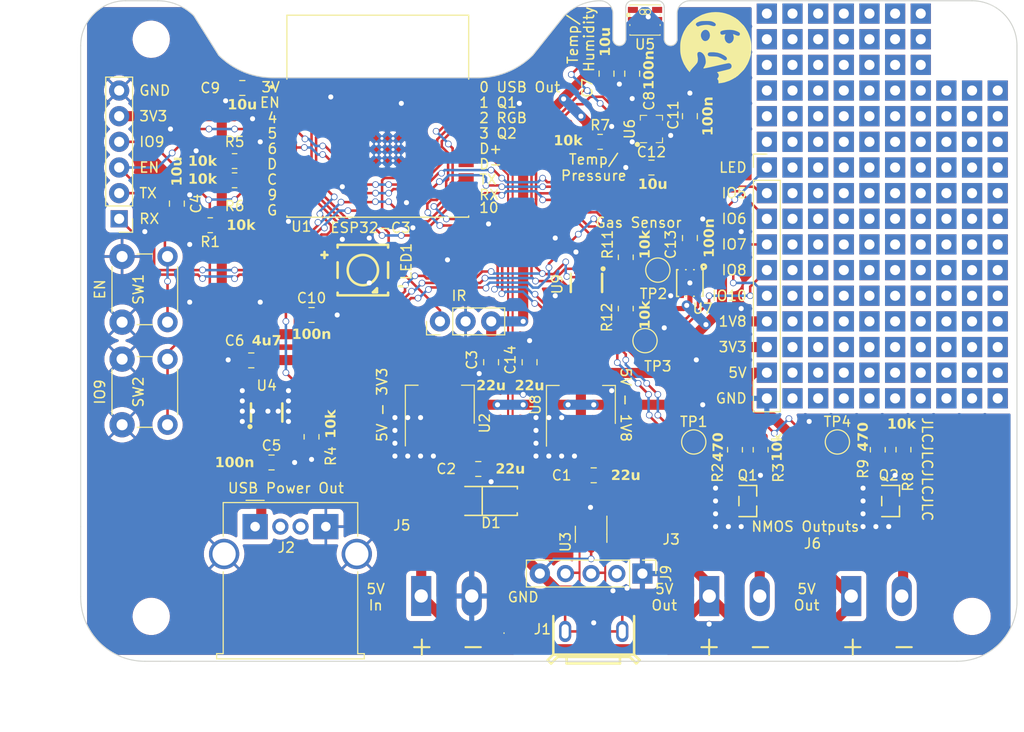
<source format=kicad_pcb>
(kicad_pcb (version 20221018) (generator pcbnew)
  (layers (0 "F.Cu" signal) (31 "B.Cu" signal) (34 "B.Paste" user) (35 "F.Paste" user) (36 "B.SilkS" user "B.Silkscreen") (37 "F.SilkS" user "F.Silkscreen") (38 "B.Mask" user) (39 "F.Mask" user) (44 "Edge.Cuts" user))
  (net 0 "")
  (net 1 "+3.3V")
  (net 2 "VBUS")
  (net 4 "/ESP_EN")
  (net 5 "GND")
  (net 6 "/IO4")
  (net 7 "/IO5")
  (net 8 "/IO6")
  (net 9 "/IO7")
  (net 10 "/IO8")
  (net 11 "/IO9")
  (net 12 "/IO10")
  (net 13 "/RXD")
  (net 14 "/TXD")
  (net 15 "/USB_D-")
  (net 16 "/USB_D+")
  (net 17 "/IO3")
  (net 18 "/IO2")
  (net 19 "/IO1")
  (net 20 "/IO0")
  (net 21 "unconnected-(J1-Shield-Pad6)")
  (net 24 "Net-(J3-Pin_2)")
  (net 25 "Net-(J6-Pin_2)")
  (net 26 "Net-(Q2-G)")
  (net 27 "+5V")
  (net 28 "/SDA_1V8")
  (net 29 "+1V8")
  (net 30 "/SCL_1V8")
  (net 31 "Net-(U6-CSB)")
  (net 32 "/LED_DOUT")
  (net 36 "/Q1_G")
  (net 37 "/USB_Out")
  (footprint "Button_Switch_THT:SW_PUSH_6mm" (layer "F.Cu") (at 86.65 100.405 90)
    (fp_text reference "SW2")
    (fp_text value "SW_Push")
  )
  (footprint "" (layer "F.Cu") (at 173.355 72.39)
    (fp_text reference "")
    (fp_text value "")
  )
  (footprint "Capacitor_SMD:C_0805_2012Metric_Pad1.18x1.45mm_HandSolder" (layer "F.Cu") (at 98.552 67.056 180)
    (fp_text reference "C9")
    (fp_text value "10uF")
  )
  (footprint "" (layer "F.Cu") (at 153.035 77.47)
    (fp_text reference "")
    (fp_text value "")
  )
  (footprint "" (layer "F.Cu") (at 168.275 80.01)
    (fp_text reference "")
    (fp_text value "")
  )
  (footprint "" (layer "F.Cu") (at 165.735 92.71)
    (fp_text reference "")
    (fp_text value "")
  )
  (footprint "" (layer "F.Cu") (at 170.815 72.39)
    (fp_text reference "")
    (fp_text value "")
  )
  (footprint "" (layer "F.Cu") (at 173.355 69.85)
    (fp_text reference "")
    (fp_text value "")
  )
  (footprint "easyeda2kicad:SOT-23-6_L2.9-W1.6-P0.95-LS2.8-BR" (layer "F.Cu") (at 132.63 86.36 90)
    (fp_text reference "U9")
    (fp_text value "BSS138PS_C5271194")
  )
  (footprint "" (layer "F.Cu") (at 160.655 77.47)
    (fp_text reference "")
    (fp_text value "")
  )
  (footprint "Package_TO_SOT_SMD:SOT-223-3_TabPin2" (layer "F.Cu") (at 132.08 98.425 90)
    (fp_text reference "U8")
    (fp_text value "AMS1117-1.8")
  )
  (footprint "" (layer "F.Cu") (at 153.035 67.31)
    (fp_text reference "")
    (fp_text value "")
  )
  (footprint "" (layer "F.Cu") (at 168.275 92.71)
    (fp_text reference "")
    (fp_text value "")
  )
  (footprint "TestPoint:TestPoint_Pad_D2.0mm" (layer "F.Cu") (at 139.7 85.09)
    (fp_text reference "TP2")
    (fp_text value "TestPoint")
  )
  (footprint "" (layer "F.Cu") (at 155.575 87.63)
    (fp_text reference "")
    (fp_text value "")
  )
  (footprint "TestPoint:TestPoint_Pad_D2.0mm" (layer "F.Cu") (at 138.43 92.075)
    (fp_text reference "TP3")
    (fp_text value "TestPoint")
  )
  (footprint "" (layer "F.Cu") (at 163.195 82.55)
    (fp_text reference "")
    (fp_text value "")
  )
  (footprint "Resistor_SMD:R_0805_2012Metric_Pad1.20x1.40mm_HandSolder" (layer "F.Cu") (at 95.377 80.645 180)
    (fp_text reference "R1")
    (fp_text value "10k")
  )
  (footprint "" (layer "F.Cu") (at 170.815 67.31)
    (fp_text reference "")
    (fp_text value "")
  )
  (footprint "" (layer "F.Cu") (at 168.275 85.09)
    (fp_text reference "")
    (fp_text value "")
  )
  (footprint "MountingHole:MountingHole_3.2mm_M3" (layer "F.Cu") (at 170.815 119.38)
    (fp_text reference "H1" hide)
    (fp_text value "MountingHole")
  )
  (footprint "Capacitor_SMD:C_0805_2012Metric_Pad1.18x1.45mm_HandSolder" (layer "F.Cu") (at 127 94.2125 90)
    (fp_text reference "C14")
    (fp_text value "22uF")
  )
  (footprint "" (layer "F.Cu") (at 155.575 77.47)
    (fp_text reference "")
    (fp_text value "")
  )
  (footprint "" (layer "F.Cu") (at 165.735 67.31)
    (fp_text reference "")
    (fp_text value "")
  )
  (footprint "" (layer "F.Cu") (at 150.495 67.31)
    (fp_text reference "")
    (fp_text value "")
  )
  (footprint "" (layer "F.Cu") (at 163.195 72.39)
    (fp_text reference "")
    (fp_text value "")
  )
  (footprint "" (layer "F.Cu") (at 160.655 97.79)
    (fp_text reference "")
    (fp_text value "")
  )
  (footprint "" (layer "F.Cu") (at 158.115 62.23)
    (fp_text reference "")
    (fp_text value "")
  )
  (footprint "" (layer "F.Cu") (at 165.735 64.77)
    (fp_text reference "")
    (fp_text value "")
  )
  (footprint "" (layer "F.Cu") (at 160.655 85.09)
    (fp_text reference "")
    (fp_text value "")
  )
  (footprint "" (layer "F.Cu") (at 170.815 69.85)
    (fp_text reference "")
    (fp_text value "")
  )
  (footprint "Resistor_SMD:R_0805_2012Metric_Pad1.20x1.40mm_HandSolder" (layer "F.Cu") (at 136.525 88.9 -90)
    (fp_text reference "R12")
    (fp_text value "10k")
  )
  (footprint "" (layer "F.Cu") (at 158.115 95.25)
    (fp_text reference "")
    (fp_text value "")
  )
  (footprint "" (layer "F.Cu") (at 173.355 90.17)
    (fp_text reference "")
    (fp_text value "")
  )
  (footprint "Package_TO_SOT_SMD:SOT-23-6" (layer "F.Cu") (at 133.096 111.252 -90)
    (fp_text reference "U3")
    (fp_text value "SRV05-4")
  )
  (footprint "Capacitor_SMD:C_0805_2012Metric_Pad1.18x1.45mm_HandSolder" (layer "F.Cu") (at 137.16 65.6375 -90)
    (fp_text reference "C8")
    (fp_text value "0.1uF")
  )
  (footprint "" (layer "F.Cu") (at 170.815 87.63)
    (fp_text reference "")
    (fp_text value "")
  )
  (footprint "TerminalBlock:TerminalBlock_Altech_AK300-2_P5.00mm" (layer "F.Cu") (at 144.79 117.37)
    (fp_text reference "J3")
    (fp_text value "Screw_Terminal_01x02")
  )
  (footprint "" (layer "F.Cu") (at 170.815 82.55)
    (fp_text reference "")
    (fp_text value "")
  )
  (footprint "" (layer "F.Cu") (at 158.115 77.47)
    (fp_text reference "")
    (fp_text value "")
  )
  (footprint "" (layer "F.Cu") (at 155.575 82.55)
    (fp_text reference "")
    (fp_text value "")
  )
  (footprint "Capacitor_SMD:C_0805_2012Metric_Pad1.18x1.45mm_HandSolder" (layer "F.Cu") (at 133.35 105.41 180)
    (fp_text reference "C1")
    (fp_text value "22uF")
  )
  (footprint "" (layer "F.Cu") (at 155.575 74.93)
    (fp_text reference "")
    (fp_text value "")
  )
  (footprint "" (layer "F.Cu") (at 165.735 95.25)
    (fp_text reference "")
    (fp_text value "")
  )
  (footprint "" (layer "F.Cu") (at 170.815 92.71)
    (fp_text reference "")
    (fp_text value "")
  )
  (footprint "ESP32-C3-WROOM-02-N4:MODULE_ESP32-C3-WROOM-02-H4" (layer "F.Cu") (at 111.9685 69.85)
    (fp_text reference "U1")
    (fp_text value "ESP32-C3-WROOM-02-N4")
  )
  (footprint "" (layer "F.Cu") (at 155.575 90.17)
    (fp_text reference "")
    (fp_text value "")
  )
  (footprint "" (layer "F.Cu") (at 163.195 92.71)
    (fp_text reference "")
    (fp_text value "")
  )
  (footprint "" (layer "F.Cu") (at 173.355 95.25)
    (fp_text reference "")
    (fp_text value "")
  )
  (footprint "" (layer "F.Cu") (at 160.655 80.01)
    (fp_text reference "")
    (fp_text value "")
  )
  (footprint "" (layer "F.Cu") (at 168.275 90.17)
    (fp_text reference "")
    (fp_text value "")
  )
  (footprint "" (layer "F.Cu") (at 170.815 77.47)
    (fp_text reference "")
    (fp_text value "")
  )
  (footprint "" (layer "F.Cu") (at 160.655 62.23)
    (fp_text reference "")
    (fp_text value "")
  )
  (footprint "easyeda2kicad:SMA_L4.3-W2.6-LS5.2-RD" (layer "F.Cu") (at 123.19 107.95)
    (fp_text reference "D1")
    (fp_text value "SS34_C8678")
  )
  (footprint "" (layer "F.Cu") (at 173.355 92.71)
    (fp_text reference "")
    (fp_text value "")
  )
  (footprint "" (layer "F.Cu") (at 158.115 85.09)
    (fp_text reference "")
    (fp_text value "")
  )
  (footprint "Capacitor_SMD:C_0805_2012Metric_Pad1.18x1.45mm_HandSolder" (layer "F.Cu") (at 105.41 89.535)
    (fp_text reference "C10")
    (fp_text value "0.1uF")
  )
  (footprint "easyeda2kicad:SOT-23-3_L2.9-W1.6-P1.90-LS2.8-BR" (layer "F.Cu") (at 162.75 107.96 180)
    (fp_text reference "Q2")
    (fp_text value "AO3416")
  )
  (footprint "" (layer "F.Cu") (at 153.035 74.93)
    (fp_text reference "")
    (fp_text value "")
  )
  (footprint "MountingHole:MountingHole_3.2mm_M3" (layer "F.Cu") (at 89.535 119.38)
    (fp_text reference "H3" hide)
    (fp_text value "MountingHole")
  )
  (footprint "" (layer "F.Cu") (at 173.355 87.63)
    (fp_text reference "")
    (fp_text value "")
  )
  (footprint "Package_TO_SOT_SMD:SOT-223-3_TabPin2" (layer "F.Cu") (at 118.11 98.4 90)
    (fp_text reference "U2")
    (fp_text value "AMS1117-3.3")
  )
  (footprint "" (layer "F.Cu") (at 155.575 69.85)
    (fp_text reference "")
    (fp_text value "")
  )
  (footprint "" (layer "F.Cu") (at 163.195 95.25)
    (fp_text reference "")
    (fp_text value "")
  )
  (footprint "" (layer "F.Cu") (at 165.735 77.47)
    (fp_text reference "")
    (fp_text value "")
  )
  (footprint "" (layer "F.Cu") (at 155.575 97.79)
    (fp_text reference "")
    (fp_text value "")
  )
  (footprint "" (layer "F.Cu") (at 153.035 59.69)
    (fp_text reference "")
    (fp_text value "")
  )
  (footprint "" (layer "F.Cu") (at 168.275 72.39)
    (fp_text reference "")
    (fp_text value "")
  )
  (footprint "" (layer "F.Cu") (at 165.735 85.09)
    (fp_text reference "")
    (fp_text value "")
  )
  (footprint "TerminalBlock:TerminalBlock_Altech_AK300-2_P5.00mm" (layer "F.Cu") (at 116.27 117.36)
    (fp_text reference "J5")
    (fp_text value "Screw_Terminal_01x02")
  )
  (footprint "" (layer "F.Cu") (at 165.735 97.79)
    (fp_text reference "")
    (fp_text value "")
  )
  (footprint "" (layer "F.Cu") (at 173.355 82.55)
    (fp_text reference "")
    (fp_text value "")
  )
  (footprint "Resistor_SMD:R_0805_2012Metric_Pad1.20x1.40mm_HandSolder" (layer "F.Cu") (at 161.48 102.88 -90)
    (fp_text reference "R9")
    (fp_text value "470")
  )
  (footprint "" (layer "F.Cu") (at 163.195 87.63)
    (fp_text reference "")
    (fp_text value "")
  )
  (footprint "Connector_PinHeader_2.54mm:PinHeader_1x10_P2.54mm_Vertical" (layer "F.Cu") (at 150.495 74.93)
    (fp_text reference "J8" hide)
    (fp_text value "Conn_01x10_Male")
  )
  (footprint "" (layer "F.Cu") (at 168.275 87.63)
    (fp_text reference "")
    (fp_text value "")
  )
  (footprint "" (layer "F.Cu") (at 173.355 80.01)
    (fp_text reference "")
    (fp_text value "")
  )
  (footprint "" (layer "F.Cu") (at 165.735 69.85)
    (fp_text reference "")
    (fp_text value "")
  )
  (footprint "" (layer "F.Cu") (at 150.495 72.39)
    (fp_text reference "")
    (fp_text value "")
  )
  (footprint "" (layer "F.Cu") (at 163.195 69.85)
    (fp_text reference "")
    (fp_text value "")
  )
  (footprint "Capacitor_SMD:C_0805_2012Metric_Pad1.18x1.45mm_HandSolder" (layer "F.Cu") (at 142.875 69.85 90)
    (fp_text reference "C11")
    (fp_text value "0.1uF")
  )
  (footprint "Capacitor_SMD:C_0805_2012Metric_Pad1.18x1.45mm_HandSolder" (layer "F.Cu") (at 101.4476 104.14)
    (fp_text reference "C5")
    (fp_text value "0.1uF")
  )
  (footprint "" (layer "F.Cu") (at 173.355 97.79)
    (fp_text reference "")
    (fp_text value "")
  )
  (footprint "Capacitor_SMD:C_0805_2012Metric_Pad1.18x1.45mm_HandSolder" (layer "F.Cu") (at 99.441 94.0308 180)
    (fp_text reference "C6")
    (fp_text value "4.7uF")
  )
  (footprint "" (layer "F.Cu") (at 153.035 69.85)
    (fp_text reference "")
    (fp_text value "")
  )
  (footprint "Resistor_SMD:R_0805_2012Metric_Pad1.20x1.40mm_HandSolder" (layer "F.Cu") (at 97.79 74.295)
    (fp_text reference "R5")
    (fp_text value "10k")
  )
  (footprint "easyeda2kicad:DFN-6_L2.5-W2.5-P0.8-BL-EP" (layer "F.Cu") (at 142.875 86.36 180)
    (fp_text reference "U7")
    (fp_text value "SGP30-2.5K")
  )
  (footprint "" (layer "F.Cu") (at 160.655 92.71)
    (fp_text reference "")
    (fp_text value "")
  )
  (footprint "TerminalBlock:TerminalBlock_Altech_AK300-2_P5.00mm" (layer "F.Cu") (at 158.85 117.37)
    (fp_text reference "J6")
    (fp_text value "Screw_Terminal_01x02")
  )
  (footprint "" (layer "F.Cu") (at 153.035 85.09)
    (fp_text reference "")
    (fp_text value "")
  )
  (footprint "" (layer "F.Cu") (at 173.355 67.31)
    (fp_text reference "")
    (fp_text value "")
  )
  (footprint "" (layer "F.Cu") (at 155.575 72.39)
    (fp_text reference "")
    (fp_text value "")
  )
  (footprint "" (layer "F.Cu") (at 155.575 59.69)
    (fp_text reference "")
    (fp_text value "")
  )
  (footprint "" (layer "F.Cu") (at 163.195 59.69)
    (fp_text reference "")
    (fp_text value "")
  )
  (footprint "Resistor_SMD:R_0805_2012Metric_Pad1.20x1.40mm_HandSolder" (layer "F.Cu") (at 105.41 101.6 -90)
    (fp_text reference "R4")
    (fp_text value "10k")
  )
  (footprint "" (layer "F.Cu") (at 150.495 62.23)
    (fp_text reference "")
    (fp_text value "")
  )
  (footprint "" (layer "F.Cu") (at 170.815 80.01)
    (fp_text reference "")
    (fp_text value "")
  )
  (footprint "" (layer "F.Cu") (at 165.735 87.63)
    (fp_text reference "")
    (fp_text value "")
  )
  (footprint "easyeda2kicad:SOT-23-6_L2.9-W1.6-P0.95-LS2.8-BR" (layer "F.Cu") (at 100.965 99.19 -90)
    (fp_text reference "U4")
    (fp_text value "SIP32510DT-T1-GE3")
  )
  (footprint "" (layer "F.Cu") (at 160.655 74.93)
    (fp_text reference "")
    (fp_text value "")
  )
  (footprint "LOGO" (layer "F.Cu") (at 145.415 63.5)
    (fp_text reference "G***" hide)
    (fp_text value "LOGO" hide)
  )
  (footprint "" (layer "F.Cu") (at 155.575 95.25)
    (fp_text reference "")
    (fp_text value "")
  )
  (footprint "Capacitor_SMD:C_0805_2012Metric_Pad1.18x1.45mm_HandSolder" (layer "F.Cu") (at 92.075 78.5075 90)
    (fp_text reference "C4")
    (fp_text value "10uF")
  )
  (footprint "" (layer "F.Cu") (at 163.195 62.23)
    (fp_text reference "")
    (fp_text value "")
  )
  (footprint "Capacitor_SMD:C_0805_2012Metric_Pad1.18x1.45mm_HandSolder" (layer "F.Cu") (at 139.065 74.94 180)
    (fp_text reference "C12")
    (fp_text value "10uF")
  )
  (footprint "easyeda2kicad:MICRO-USB-SMD_U254-051T-4BH83-S1S" (layer "F.Cu") (at 133.35 119.38)
    (fp_text reference "J1")
    (fp_text value "USB_B_Micro")
  )
  (footprint "Resistor_SMD:R_0805_2012Metric_Pad1.20x1.40mm_HandSolder" (layer "F.Cu") (at 147.34 102.88 -90)
    (fp_text reference "R2")
    (fp_text value "470")
  )
  (footprint "" (layer "F.Cu") (at 160.655 87.63)
    (fp_text reference "")
    (fp_text value "")
  )
  (footprint "" (layer "F.Cu") (at 153.035 64.77)
    (fp_text reference "")
    (fp_text value "")
  )
  (footprint "" (layer "F.Cu") (at 155.575 80.01)
    (fp_text reference "")
    (fp_text value "")
  )
  (footprint "Connector_PinHeader_2.54mm:PinHeader_1x05_P2.54mm_Vertical" (layer "F.Cu") (at 138.176 115.1382 -90)
    (fp_text reference "J9")
    (fp_text value "Conn_01x05_Pin")
  )
  (footprint "Resistor_SMD:R_0805_2012Metric_Pad1.20x1.40mm_HandSolder" (layer "F.Cu") (at 97.79 76.2)
    (fp_text reference "R6")
    (fp_text value "10k")
  )
  (footprint "" (layer "F.Cu") (at 153.035 95.25)
    (fp_text reference "")
    (fp_text value "")
  )
  (footprint "" (layer "F.Cu") (at 168.275 74.93)
    (fp_text reference "")
    (fp_text value "")
  )
  (footprint "" (layer "F.Cu") (at 155.575 67.31)
    (fp_text reference "")
    (fp_text value "")
  )
  (footprint "" (layer "F.Cu") (at 163.195 85.09)
    (fp_text reference "")
    (fp_text value "")
  )
  (footprint "" (layer "F.Cu") (at 165.735 80.01)
    (fp_text reference "")
    (fp_text value "")
  )
  (footprint "Resistor_SMD:R_0805_2012Metric_Pad1.20x1.40mm_HandSolder" (layer "F.Cu") (at 164.02 102.87 -90)
    (fp_text reference "R8")
    (fp_text value "10k")
  )
  (footprint "" (layer "F.Cu") (at 153.035 87.63)
    (fp_text reference "")
    (fp_text value "")
  )
  (footprint "MountingHole:MountingHole_3.2mm_M3" (layer "F.Cu") (at 170.815 62.23)
    (fp_text reference "H4" hide)
    (fp_text value "MountingHole")
  )
  (footprint "Resistor_SMD:R_0805_2012Metric_Pad1.20x1.40mm_HandSolder" (layer "F.Cu") (at 149.88 102.88 -90)
    (fp_text reference "R3")
    (fp_text value "10k")
  )
  (footprint "" (layer "F.Cu") (at 168.275 69.85)
    (fp_text reference "")
    (fp_text value "")
  )
  (footprint "easyeda2kicad:LED-SMD_4P-L5.0-W5.0-BL_XL-5050RGBC" (layer "F.Cu") (at 110.49 85.09 -90)
    (fp_text reference "LED1")
    (fp_text value "XL-5050RGBC-WS2812B")
  )
  (footprint "" (layer "F.Cu") (at 170.815 74.93)
    (fp_text reference "")
    (fp_text value "")
  )
  (footprint "" (layer "F.Cu") (at 158.115 90.17)
    (fp_text reference "")
    (fp_text value "")
  )
  (footprint "" (layer "F.Cu") (at 160.655 59.69)
    (fp_text reference "")
    (fp_text value "")
  )
  (footprint "LOGO" (layer "F.Cu") (at 145.415 63.5)
    (fp_text reference "G***" hide)
    (fp_text value "LOGO" hide)
  )
  (footprint "" (layer "F.Cu") (at 165.735 82.55)
    (fp_text reference "")
    (fp_text value "")
  )
  (footprint "" (layer "F.Cu") (at 160.655 69.85)
    (fp_text reference "")
    (fp_text value "")
  )
  (footprint "Capacitor_SMD:C_0805_2012Metric_Pad1.18x1.45mm_HandSolder" (layer "F.Cu") (at 134.62 65.6375 -90)
    (fp_text reference "C7")
    (fp_text value "10uF")
  )
  (footprint "" (layer "F.Cu") (at 163.195 80.01)
    (fp_text reference "")
    (fp_text value "")
  )
  (footprint "Connector_PinHeader_2.54mm:PinHeader_1x03_P2.54mm_Vertical" (layer "F.Cu") (at 118.125 90.17 90)
    (fp_text reference "J7" hide)
    (fp_text value "Conn_01x03_Male")
  )
  (footprint "" (layer "F.Cu") (at 165.735 59.69)
    (fp_text reference "")
    (fp_text value "")
  )
  (footprint "" (layer "F.Cu") (at 155.575 85.09)
    (fp_text reference "")
    (fp_text value "")
  )
  (footprint "" (layer "F.Cu") (at 173.355 74.93)
    (fp_text reference "")
    (fp_text value "")
  )
  (footprint "" (layer "F.Cu") (at 153.035 82.55)
    (fp_text reference "")
    (fp_text value "")
  )
  (footprint "" (layer "F.Cu") (at 158.115 72.39)
    (fp_text reference "")
    (fp_text value "")
  )
  (footprint "" (layer "F.Cu") (at 153.035 92.71)
    (fp_text reference "")
    (fp_text value "")
  )
  (footprint "" (layer "F.Cu") (at 160.655 67.31)
    (fp_text reference "")
    (fp_text value "")
  )
  (footprint "" (layer "F.Cu") (at 160.655 82.55)
    (fp_text reference "")
    (fp_text value "")
  )
  (footprint "" (layer "F.Cu") (at 163.195 90.17)
    (fp_text reference "")
    (fp_text value "")
  )
  (footprint "" (layer "F.Cu") (at 165.735 62.23)
    (fp_text reference "")
    (fp_text value "")
  )
  (footprint "" (layer "F.Cu") (at 168.275 77.47)
    (fp_text reference "")
    (fp_text value "")
  )
  (footprint "Button_Switch_THT:SW_PUSH_6mm" (layer "F.Cu") (at 86.65 90.245 90)
    (fp_text reference "SW1")
    (fp_text value "SW_Push")
  )
  (footprint "" (layer "F.Cu") (at 158.115 82.55)
    (fp_text reference "")
    (fp_text value "")
  )
  (footprint "" (layer "F.Cu") (at 160.655 64.77)
    (fp_text reference "")
    (fp_text value "")
  )
  (footprint "" (layer "F.Cu") (at 150.495 64.77)
    (fp_text reference "")
    (fp_text value "")
  )
  (footprint "easyeda2kicad:SOT-23-3_L2.9-W1.6-P1.90-LS2.8-BR" (layer "F.Cu") (at 148.61 107.96 180)
    (fp_text reference "Q1")
    (fp_text value "AO3416")
  )
  (footprint "TestPoint:TestPoint_Pad_D2.0mm" (layer "F.Cu") (at 143.256 102.108)
    (fp_text reference "TP1")
    (fp_text value "TestPoint")
  )
  (footprint "" (layer "F.Cu") (at 153.035 62.23)
    (fp_text reference "")
    (fp_text value "")
  )
  (footprint "" (layer "F.Cu") (at 165.735 74.93)
    (fp_text reference "")
    (fp_text value "")
  )
  (footprint "" (layer "F.Cu") (at 153.035 80.01)
    (fp_text reference "")
    (fp_text value "")
  )
  (footprint "" (layer "F.Cu") (at 168.275 97.79)
    (fp_text reference "")
    (fp_text value "")
  )
  (footprint "" (layer "F.Cu") (at 163.195 97.79)
    (fp_text reference "")
    (fp_text value "")
  )
  (footprint "" (layer "F.Cu") (at 160.655 72.39)
    (fp_text reference "")
    (fp_text value "")
  )
  (footprint "Resistor_SMD:R_0805_2012Metric_Pad1.20x1.40mm_HandSolder" (layer "F.Cu") (at 136.525 83.82 -90)
    (fp_text reference "R11")
    (fp_text value "10k")
  )
  (footprint "" (layer "F.Cu") (at 165.735 72.39)
    (fp_text reference "")
    (fp_text value "")
  )
  (footprint "" (layer "F.Cu") (at 158.115 80.01)
    (fp_text reference "")
    (fp_text value "")
  )
  (footprint "" (layer "F.Cu") (at 163.195 74.93)
    (fp_text reference "")
    (fp_text value "")
  )
  (footprint "Capacitor_SMD:C_0805_2012Metric_Pad1.18x1.45mm_HandSolder" (layer "F.Cu") (at 123.19 94.2125 -90)
    (fp_text reference "C3")
    (fp_text value "22uF")
  )
  (footprint "" (layer "F.Cu") (at 158.115 67.31)
    (fp_text reference "")
    (fp_text value "")
  )
  (footprint "" (layer "F.Cu") (at 173.355 77.47)
    (fp_text reference "")
    (fp_text value "")
  )
  (footprint "" (layer "F.Cu") (at 158.115 87.63)
    (fp_text reference "")
    (fp_text value "")
  )
  (footprint "Connector_USB:USB_A_Molex_67643_Horizontal" (layer "F.Cu") (at 99.822 110.49)
    (fp_text reference "J2")
    (fp_text value "USB_A")
  )
  (footprint "" (layer "F.Cu") (at 150.495 69.85)
    (fp_text reference "")
    (fp_text value "")
  )
  (footprint "" (layer "F.Cu") (at 158.115 97.79)
    (fp_text reference "")
    (fp_text value "")
  )
  (footprint "" (layer "F.Cu") (at 168.275 82.55)
    (fp_text reference "")
    (fp_text value "")
  )
  (footprint "" (layer "F.Cu") (at 158.115 92.71)
    (fp_text reference "")
    (fp_text value "")
  )
  (footprint "" (layer "F.Cu") (at 150.495 59.69)
    (fp_text reference "")
    (fp_text value "")
  )
  (footprint "" (layer "F.Cu") (at 168.275 67.31)
    (fp_text reference "")
    (fp_text value "")
  )
  (footprint "" (layer "F.Cu") (at 158.115 64.77)
    (fp_text reference "")
    (fp_text value "")
  )
  (footprint "" (layer "F.Cu") (at 173.355 85.09)
    (fp_text reference "")
    (fp_text value "")
  )
  (footprint "MountingHole:MountingHole_3.2mm_M3" (layer "F.Cu") (at 89.535 62.23)
    (fp_text reference "H2" hide)
    (fp_text value "MountingHole")
  )
  (footprint "Capacitor_SMD:C_0805_2012Metric_Pad1.18x1.45mm_HandSolder" (layer "F.Cu") (at 121.92 104.785)
    (fp_text reference "C2")
    (fp_text value "22uF")
  )
  (footprint "TestPoint:TestPoint_Pad_D2.0mm" (layer "F.Cu") (at 157.48 102.108)
    (fp_text reference "TP4")
    (fp_text value "TestPoint")
  )
  (footprint "" (layer "F.Cu") (at 170.815 90.17)
    (fp_text reference "")
    (fp_text value "")
  )
  (footprint "Package_LGA:Bosch_LGA-8_2x2.5mm_P0.65mm_ClockwisePinNumbering" (layer "F.Cu") (at 139.065 71.12 90)
    (fp_text reference "U6")
    (fp_text value "BMP280")
  )
  (footprint "" (layer "F.Cu") (at 153.035 72.39)
    (fp_text reference "")
    (fp_text value "")
  )
  (footprint "" (layer "F.Cu") (at 160.655 95.25)
    (fp_text reference "")
    (fp_text value "")
  )
  (footprint "" (layer "F.Cu") (at 170.815 95.25)
    (fp_text reference "")
    (fp_text value "")
  )
  (footprint "LOGO" (layer "F.Cu") (at 90.419988 113.593008)
    (fp_text reference "G***" hide)
    (fp_text value "LOGO" hide)
  )
  (footprint "Capacitor_SMD:C_0805_2012Metric_Pad1.18x1.45mm_HandSolder" (layer "F.Cu") (at 142.875 81.915 90)
    (fp_text reference "C13")
    (fp_text value "0.1uF")
  )
  (footprint "" (layer "F.Cu") (at 155.575 64.77)
    (fp_text reference "")
    (fp_text value "")
  )
  (footprint "" (layer "F.Cu") (at 158.115 69.85)
    (fp_text reference "")
    (fp_text value "")
  )
  (footprint "" (layer "F.Cu") (at 158.115 59.69)
    (fp_text reference "")
    (fp_text value "")
  )
  (footprint "" (layer "F.Cu") (at 163.195 67.31)
    (fp_text reference "")
    (fp_text value "")
  )
  (footprint "Resistor_SMD:R_0805_2012Metric_Pad1.20x1.40mm_HandSolder" (layer "F.Cu") (at 133.985 72.39)
    (fp_text reference "R7")
    (fp_text value "10k")
  )
  (footprint "" (layer "F.Cu") (at 153.035 90.17)
    (fp_text reference "")
    (fp_text value "")
  )
  (footprint "" (layer "F.Cu") (at 170.815 97.79)
    (fp_text reference "")
    (fp_text value "")
  )
  (footprint "" (layer "F.Cu") (at 170.815 85.09)
    (fp_text reference "")
    (fp_text value "")
  )
  (footprint "" (layer "F.Cu") (at 165.735 90.17)
    (fp_text reference "")
    (fp_text value "")
  )
  (footprint "" (layer "F.Cu") (at 163.195 77.47)
    (fp_text reference "")
    (fp_text value "")
  )
  (footprint "" (layer "F.Cu") (at 155.575 62.23)
    (fp_text reference "")
    (fp_text value "")
  )
  (footprint "" (layer "F.Cu") (at 163.195 64.77)
    (fp_text reference "")
    (fp_text value "")
  )
  (footprint "" (layer "F.Cu") (at 168.275 95.25)
    (fp_text reference "")
    (fp_text value "")
  )
  (footprint "" (layer "F.Cu") (at 155.575 92.71)
    (fp_text reference "")
    (fp_text value "")
  )
  (footprint "" (layer "F.Cu") (at 160.655 90.17)
    (fp_text reference "")
    (fp_text value "")
  )
  (footprint "" (layer "F.Cu") (at 158.115 74.93)
    (fp_text reference "")
    (fp_text value "")
  )
  (footprint "" (layer "F.Cu") (at 153.035 97.79)
    (fp_text reference "")
    (fp_text value "")
  )
  (footprint "easyeda2kicad:SENSOR-SMD-6_AHT20" (layer "F.Cu") (at 138.43 60.325)
    (fp_text reference "U5")
    (fp_text value "AHT20-F")
  )
  (footprint "Connector_PinHeader_2.54mm:PinHeader_1x06_P2.54mm_Vertical" (layer "F.Cu") (at 86.36 80.01 180)
    (fp_text reference "J4" hide)
    (fp_text value "Conn_01x06_Male")
  )
  (gr_circle (center 136.779 59.825) (end 136.849 59.825) (stroke (width 0.15)) (fill none) (layer "F.SilkS"))
  (gr_circle (center 137.668 72.644) (end 137.668 72.644) (stroke (width 0.15)) (fill none) (layer "F.SilkS"))
  (gr_circle (center 137.668 72.644) (end 137.795 72.771) (stroke (width 0.15)) (fill none) (layer "F.SilkS"))
  (gr_line (start 127.308154 63.808154) (end 130.43193 59.907898) (stroke (width 0.1)) (layer "Edge.Cuts"))
  (gr_line (start 170.815 58.42) (end 142.875 58.42) (stroke (width 0.1)) (layer "Edge.Cuts"))
  (gr_line (start 141.605 62.23) (end 141.605 59.69) (stroke (width 0.1)) (layer "Edge.Cuts"))
  (gr_arc (start 101.6 66.04) (mid 98.683952 65.459962) (end 96.211846 63.808154) (stroke (width 0.1)) (layer "Edge.Cuts"))
  (gr_line (start 82.55 117.429872) (end 82.55 110.49) (stroke (width 0.1)) (layer "Edge.Cuts"))
  (gr_line (start 102.235 66.04) (end 101.6 66.04) (stroke (width 0.1)) (layer "Edge.Cuts"))
  (gr_arc (start 136.525 62.23) (mid 135.89 62.865) (end 135.255 62.23) (stroke (width 0.1)) (layer "Edge.Cuts"))
  (gr_arc (start 136.525 59.055) (mid 136.710987 58.605987) (end 137.16 58.42) (stroke (width 0.1)) (layer "Edge.Cuts"))
  (gr_line (start 140.335 59.055) (end 140.335 62.23) (stroke (width 0.1)) (layer "Edge.Cuts"))
  (gr_arc (start 82.55 62.865) (mid 83.85191 59.72191) (end 86.995 58.42) (stroke (width 0.1)) (layer "Edge.Cuts"))
  (gr_arc (start 175.26 118.11) (mid 173.437521 122.164608) (end 169.313885 123.825) (stroke (width 0.1)) (layer "Edge.Cuts"))
  (gr_arc (start 141.605 62.23) (mid 140.97 62.865) (end 140.335 62.23) (stroke (width 0.1)) (layer "Edge.Cuts"))
  (gr_line (start 96.211846 63.808154) (end 93.762102 59.907898) (stroke (width 0.1)) (layer "Edge.Cuts"))
  (gr_line (start 102.235 66.04) (end 121.92 66.04) (stroke (width 0.1)) (layer "Edge.Cuts"))
  (gr_arc (start 134.024032 58.42) (mid 134.897145 58.805458) (end 135.255599 59.69) (stroke (width 0.1)) (layer "Edge.Cuts"))
  (gr_line (start 86.995 58.42) (end 90.17 58.42) (stroke (width 0.1)) (layer "Edge.Cuts"))
  (gr_arc (start 130.43193 59.907898) (mid 132.08 58.806693) (end 134.024032 58.42) (stroke (width 0.1)) (layer "Edge.Cuts"))
  (gr_arc (start 88.9 123.825) (mid 84.393945 121.949145) (end 82.55016 117.429873) (stroke (width 0.1)) (layer "Edge.Cuts"))
  (gr_arc (start 127.308154 63.808154) (mid 124.836048 65.459962) (end 121.92 66.04) (stroke (width 0.1)) (layer "Edge.Cuts"))
  (gr_line (start 137.16 58.42) (end 139.7 58.42) (stroke (width 0.1)) (layer "Edge.Cuts"))
  (gr_arc (start 90.17 58.42) (mid 92.114032 58.806692) (end 93.762102 59.907898) (stroke (width 0.1)) (layer "Edge.Cuts"))
  (gr_line (start 136.525 59.055) (end 136.525 62.23) (stroke (width 0.1)) (layer "Edge.Cuts"))
  (gr_line (start 91.44 123.825) (end 169.313885 123.825) (stroke (width 0.1)) (layer "Edge.Cuts"))
  (gr_arc (start 170.815 58.42) (mid 173.95809 59.72191) (end 175.26 62.865) (stroke (width 0.1)) (layer "Edge.Cuts"))
  (gr_line (start 82.55 62.865) (end 82.55 110.49) (stroke (width 0.1)) (layer "Edge.Cuts"))
  (gr_arc (start 141.605 59.69) (mid 141.976974 58.791974) (end 142.875 58.42) (stroke (width 0.1)) (layer "Edge.Cuts"))
  (gr_line (start 135.255 62.23) (end 135.255599 59.69) (stroke (width 0.1)) (layer "Edge.Cuts"))
  (gr_arc (start 139.7 58.42) (mid 140.149013 58.605987) (end 140.335 59.055) (stroke (width 0.1)) (layer "Edge.Cuts"))
  (gr_line (start 175.26 118.11) (end 175.26 62.865) (stroke (width 0.1)) (layer "Edge.Cuts"))
  (gr_line (start 91.44 123.825) (end 88.9 123.825) (stroke (width 0.1)) (layer "Edge.Cuts"))
  (gr_text "GND" (at 88.265 67.31) (layer "F.SilkS") (effects (font (size 1 1)) (justify left)))
  (gr_text "JLCJLCJLCJLC" (at 166.37 99.568 270) (layer "F.SilkS") (effects (font (size 1 1)) (justify left)))
  (gr_text "-" (at 164.084 123.444) (layer "F.SilkS") (effects (font (size 2 2) (thickness 0.2) bold) (justify bottom)))
  (gr_text "5V\nOut" (at 154.432 117.475) (layer "F.SilkS") (effects (font (size 1 1))))
  (gr_text "" (at 168.275 72.39) (layer "F.SilkS") (effects (font (size 1.27 1.27))))
  (gr_text "IO6" (at 148.59 80.01) (layer "F.SilkS") (effects (font (size 1 1)) (justify right)))
  (gr_text "IO7" (at 148.59 82.55) (layer "F.SilkS") (effects (font (size 1 1)) (justify right)))
  (gr_text "Temp/\nPressure" (at 133.35 74.93) (layer "F.SilkS") (effects (font (size 1 1))))
  (gr_text "GND" (at 126.365 117.475) (layer "F.SilkS") (effects (font (size 1 1))))
  (gr_text "D+" (at 121.92 73.66) (layer "F.SilkS") (effects (font (size 1 1)) (justify left bottom)))
  (gr_text "470" (at 160.655 101.6 90) (layer "F.SilkS") (effects (font (size 1 1) (thickness 0.2) bold) (justify bottom)))
  (gr_text "EN" (at 102.362 69.088) (layer "F.SilkS") (effects (font (size 1 1)) (justify right bottom)))
  (gr_text "3V3" (at 88.265 69.85) (layer "F.SilkS") (effects (font (size 1 1)) (justify left)))
  (gr_text "10k" (at 139.065 89.535 90) (layer "F.SilkS") (effects (font (size 1 1) (thickness 0.2) bold) (justify bottom)))
  (gr_text "GND" (at 148.59 97.79) (layer "F.SilkS") (effects (font (size 1 1)) (justify right)))
  (gr_text "D" (at 102.108 75.184) (layer "F.SilkS") (effects (font (size 1 1)) (justify right bottom)))
  (gr_text "D-" (at 121.92 75.184) (layer "F.SilkS") (effects (font (size 1 1)) (justify left bottom)))
  (gr_text "3 Q2" (at 121.92 72.136) (layer "F.SilkS") (effects (font (size 1 1)) (justify left bottom)))
  (gr_text "-" (at 121.412 123.444) (layer "F.SilkS") (effects (font (size 2 2) (thickness 0.2) bold) (justify bottom)))
  (gr_text "5V\nOut" (at 140.335 117.475) (layer "F.SilkS") (effects (font (size 1 1))))
  (gr_text "" (at 168.275 67.31) (layer "F.SilkS") (effects (font (size 1.27 1.27))))
  (gr_text "-" (at 149.86 123.444) (layer "F.SilkS") (effects (font (size 2 2) (thickness 0.2) bold) (justify bottom)))
  (gr_text "5V - 1V8" (at 136.525 98.425 270) (layer "F.SilkS") (effects (font (size 1 1))))
  (gr_text "TX" (at 88.265 77.47) (layer "F.SilkS") (effects (font (size 1 1)) (justify left)))
  (gr_text "TX" (at 121.92 76.708) (layer "F.SilkS") (effects (font (size 1 1)) (justify left bottom)))
  (gr_text "9" (at 102.108 78.232) (layer "F.SilkS") (effects (font (size 1 1)) (justify right bottom)))
  (gr_text "IO10" (at 148.59 87.63) (layer "F.SilkS") (effects (font (size 1 1)) (justify right)))
  (gr_text "LED" (at 148.59 74.93) (layer "F.SilkS") (effects (font (size 1 1)) (justify right)))
  (gr_text "100n" (at 97.79 104.775) (layer "F.SilkS") (effects (font (size 1 1) (thickness 0.2) bold) (justify bottom)))
  (gr_text "100n" (at 145.415 81.915 90) (layer "F.SilkS") (effects (font (size 1 1) (thickness 0.2) bold) (justify bottom)))
  (gr_text "EN" (at 88.265 74.93) (layer "F.SilkS") (effects (font (size 1 1)) (justify left)))
  (gr_text "22u" (at 127 97.155) (layer "F.SilkS") (effects (font (size 1 1) (thickness 0.2) bold) (justify bottom)))
  (gr_text "5V" (at 148.59 95.25) (layer "F.SilkS") (effects (font (size 1 1)) (justify right)))
  (gr_text "C" (at 102.108 76.708) (layer "F.SilkS") (effects (font (size 1 1)) (justify right bottom)))
  (gr_text "G" (at 102.108 79.756) (layer "F.SilkS") (effects (font (size 1 1)) (justify right bottom)))
  (gr_text "" (at 168.275 69.85) (layer "F.SilkS") (effects (font (size 1.27 1.27))))
  (gr_text "" (at 168.275 67.31) (layer "F.SilkS") (effects (font (size 1.27 1.27))))
  (gr_text "10k" (at 94.615 74.93) (layer "F.SilkS") (effects (font (size 1 1) (thickness 0.2) bold) (justify bottom)))
  (gr_text "IO9" (at 84.455 97.155 90) (layer "F.SilkS") (effects (font (size 1 1))))
  (gr_text "4" (at 102.108 70.612) (layer "F.SilkS") (effects (font (size 1 1)) (justify right bottom)))
  (gr_text "+" (at 116.332 123.444) (layer "F.SilkS") (effects (font (size 2 2) (thickness 0.2) bold) (justify bottom)))
  (gr_text "10k" (at 98.425 81.28) (layer "F.SilkS") (effects (font (size 1 1) (thickness 0.2) bold) (justify bottom)))
  (gr_text "10u" (at 135.128 62.484 90) (layer "F.SilkS") (effects (font (size 1 1) (thickness 0.2) bold) (justify bottom)))
  (gr_text "Temp/\nHumidity" (at 132.08 62.23 90) (layer "F.SilkS") (effects (font (size 1 1))))
  (gr_text "10k" (at 94.615 76.708) (layer "F.SilkS") (effects (font (size 1 1) (thickness 0.2) bold) (justify bottom)))
  (gr_text "IO8" (at 148.59 85.09) (layer "F.SilkS") (effects (font (size 1 1)) (justify right)))
  (gr_text "22u" (at 136.525 106.045) (layer "F.SilkS") (effects (font (size 1 1) (thickness 0.2) bold) (justify bottom)))
  (gr_text "5V - 3V3" (at 112.395 98.425 90) (layer "F.SilkS") (effects (font (size 1 1))))
  (gr_text "EN" (at 84.455 86.995 90) (layer "F.SilkS") (effects (font (size 1 1))))
  (gr_text "RX" (at 121.92 78.232) (layer "F.SilkS") (effects (font (size 1 1)) (justify left bottom)))
  (gr_text "10" (at 121.92 79.502) (layer "F.SilkS") (effects (font (size 1 1)) (justify left bottom)))
  (gr_text "1V8" (at 148.59 90.17) (layer "F.SilkS") (effects (font (size 1 1)) (justify right)))
  (gr_text "100n" (at 139.446 65.278 90) (layer "F.SilkS") (effects (font (size 1 1) (thickness 0.2) bold) (justify bottom)))
  (gr_text "IO9" (at 88.265 72.39) (layer "F.SilkS") (effects (font (size 1 1)) (justify left)))
  (gr_text "22u" (at 123.19 97.155) (layer "F.SilkS") (effects (font (size 1 1) (thickness 0.2) bold) (justify bottom)))
  (gr_text "Gas Sensor" (at 137.795 80.391) (layer "F.SilkS") (effects (font (size 1 1))))
  (gr_text "5" (at 102.108 72.136) (layer "F.SilkS") (effects (font (size 1 1)) (justify right bottom)))
  (gr_text "NMOS Outputs" (at 154.305 110.49) (layer "F.SilkS") (effects (font (size 1 1))))
  (gr_text "100n" (at 145.288 69.85 90) (layer "F.SilkS") (effects (font (size 1 1) (thickness 0.2) bold) (justify bottom)))
  (gr_text "" (at 168.275 72.39) (layer "F.SilkS") (effects (font (size 1.27 1.27))))
  (gr_text "10k" (at 163.83 100.965) (layer "F.SilkS") (effects (font (size 1 1) (thickness 0.2) bold) (justify bottom)))
  (gr_text "10k" (at 139.065 82.55 90) (layer "F.SilkS") (effects (font (size 1 1) (thickness 0.2) bold) (justify bottom)))
  (gr_text "2 RGB" (at 121.92 70.612) (layer "F.SilkS") (effects (font (size 1 1)) (justify left bottom)))
  (gr_text "22u" (at 125.095 105.41) (layer "F.SilkS") (effects (font (size 1 1) (thickness 0.2) bold) (justify bottom)))
  (gr_text "6" (at 102.108 73.66) (layer "F.SilkS") (effects (font (size 1 1)) (justify right bottom)))
  (gr_text "100n" (at 105.41 92.075) (layer "F.SilkS") (effects (font (size 1 1) (thickness 0.2) bold) (justify bottom)))
  (gr_text "0 USB Out" (at 121.92 67.564) (layer "F.SilkS") (effects (font (size 1 1)) (justify left bottom)))
  (gr_text "+" (at 144.78 123.444) (layer "F.SilkS") (effects (font (size 2 2) (thickness 0.2) bold) (justify bottom)))
  (gr_text "10k" (at 107.95 100.33 90) (layer "F.SilkS") (effects (font (size 1 1) (thickness 0.2) bold) (justify bottom)))
  (gr_text "5V\nIn" (at 111.76 117.475) (layer "F.SilkS") (effects (font (size 1 1))))
  (gr_text "10k" (at 152.146 102.616 90) (layer "F.SilkS") (effects (font (size 1 1) (thickness 0.2) bold) (justify bottom)))
  (gr_text "RX" (at 88.265 80.01) (layer "F.SilkS") (effects (font (size 1 1)) (justify left)))
  (gr_text "ESP32-C3" (at 111.252 80.899) (layer "F.SilkS") (effects (font (size 1 1))))
  (gr_text "IO5" (at 148.59 77.47) (layer "F.SilkS") (effects (font (size 1 1)) (justify right)))
  (gr_text "1 Q1" (at 121.92 69.088) (layer "F.SilkS") (effects (font (size 1 1)) (justify left bottom)))
  (gr_text "10u" (at 98.552 69.342) (layer "F.SilkS") (effects (font (size 1 1) (thickness 0.2) bold) (justify bottom)))
  (gr_text "IR" (at 120.015 87.63) (layer "F.SilkS") (effects (font (size 1 1))))
  (gr_text "10u" (at 139.192 77.216) (layer "F.SilkS") (effects (font (size 1 1) (thickness 0.2) bold) (justify bottom)))
  (gr_text "USB Power Out" (at 102.87 106.68) (layer "F.SilkS") (effects (font (size 1 1))))
  (gr_text "470" (at 146.304 102.616 90) (layer "F.SilkS") (effects (font (size 1 1) (thickness 0.2) bold) (justify bottom)))
  (gr_text "10u" (at 92.71 75.311 90) (layer "F.SilkS") (effects (font (size 1 1) (thickness 0.2) bold) (justify bottom)))
  (gr_text "+" (at 159.004 123.444) (layer "F.SilkS") (effects (font (size 2 2) (thickness 0.2) bold) (justify bottom)))
  (gr_text "" (at 168.275 69.85) (layer "F.SilkS") (effects (font (size 1.27 1.27))))
  (gr_text "4u7" (at 100.965 92.71) (layer "F.SilkS") (effects (font (size 1 1) (thickness 0.2) bold) (justify bottom)))
  (gr_text "3V3" (at 148.59 92.71) (layer "F.SilkS") (effects (font (size 1 1)) (justify right)))
  (gr_text "10k" (at 130.81 72.898) (layer "F.SilkS") (effects (font (size 1 1) (thickness 0.2) bold) (justify bottom)))
  (gr_text "3V" (at 102.362 67.564) (layer "F.SilkS") (effects (font (size 1 1)) (justify right bottom)))
  (segment (start 132.08 69.85) (end 132.715 70.485) (width 1) (layer "F.Cu") (net 1))
  (segment (start 123.825 98.425) (end 118.11 98.425) (width 1) (layer "F.Cu") (net 1))
  (segment (start 140.1025 75.1625) (end 138.43 76.835) (width 1) (layer "F.Cu") (net 1))
  (segment (start 110.356726 91.44) (end 114.166726 95.25) (width 1) (layer "F.Cu") (net 1))
  (segment (start 96.52 69.85) (end 96.52 88.9) (width 1) (layer "F.Cu") (net 1))
  (segment (start 118.11 101.55) (end 118.11 98.425) (width 1) (layer "F.Cu") (net 1))
  (segment (start 123.205 90.17) (end 123.205 92.695) (width 1) (layer "F.Cu") (net 1))
  (segment (start 134.62 64.6) (end 137.16 64.6) (width 1) (layer "F.Cu") (net 1))
  (segment (start 138.43 76.835) (end 137.795 76.835) (width 1) (layer "F.Cu") (net 1))
  (segment (start 133.35 98.425) (end 141.605 98.425) (width 1) (layer "F.Cu") (net 1))
  (segment (start 140.1025 74.94) (end 140.1025 75.1625) (width 0.25) (layer "F.Cu") (net 1))
  (segment (start 99.06 91.44) (end 104.14 91.44) (width 1) (layer "F.Cu") (net 1))
  (segment (start 99.568 66.95) (end 103.2185 66.95) (width 1) (layer "F.Cu") (net 1))
  (segment (start 118.11 98.425) (end 118.11 95.25) (width 1) (layer "F.Cu") (net 1))
  (segment (start 130.366999 68.136999) (end 130.366999 68.070501) (width 1) (layer "F.Cu") (net 1))
  (segment (start 121.92 93.345) (end 120.015 95.25) (width 1) (layer "F.Cu") (net 1))
  (segment (start 104.14 87.44) (end 107.99 83.59) (width 1) (layer "F.Cu") (net 1))
  (segment (start 104.14 91.44) (end 104.14 87.44) (width 1) (layer "F.Cu") (net 1))
  (segment (start 96.52 69.85) (end 86.36 69.85) (width 1) (layer "F.Cu") (net 1))
  (segment (start 132.985 73.93) (end 135.89 76.835) (width 1) (layer "F.Cu") (net 1))
  (segment (start 132.715 72.12) (end 132.985 72.39) (width 1) (layer "F.Cu") (net 1))
  (segment (start 137.23 60.325) (end 137.795 60.325) (width 0.5) (layer "F.Cu") (net 1))
  (segment (start 122.555 93.345) (end 121.92 93.345) (width 1) (layer "F.Cu") (net 1))
  (segment (start 133.8375 64.6) (end 134.62 64.6) (width 1) (layer "F.Cu") (net 1))
  (segment (start 139.865 70.795) (end 141.295 70.795) (width 0.5) (layer "F.Cu") (net 1))
  (segment (start 139.865 74.7025) (end 139.865 73.19) (width 0.5) (layer "F.Cu") (net 1))
  (segment (start 130.81 98.425) (end 126.365 98.425) (width 1) (layer "F.Cu") (net 1))
  (segment (start 140.1025 74.94) (end 139.865 74.7025) (width 0.25) (layer "F.Cu") (net 1))
  (segment (start 130.366999 68.070501) (end 133.8375 64.6) (width 1) (layer "F.Cu") (net 1))
  (segment (start 104.14 91.44) (end 110.356726 91.44) (width 1) (layer "F.Cu") (net 1))
  (segment (start 147.32 92.71) (end 150.495 92.71) (width 1) (layer "F.Cu") (net 1))
  (segment (start 126.365 90.17) (end 126.365 72.138997) (width 1) (layer "F.Cu") (net 1))
  (segment (start 137.795 60.325) (end 138.43 60.96) (width 0.5) (layer "F.Cu") (net 1))
  (segment (start 142.875 70.8875) (end 142.875 72.1675) (width 1) (layer "F.Cu") (net 1))
  (segment (start 135.89 76.835) (end 137.795 76.835) (width 1) (layer "F.Cu") (net 1))
  (segment (start 141.295 70.795) (end 142.7975 70.795) (width 0.5) (layer "F.Cu") (net 1))
  (segment (start 123.205 92.695) (end 122.555 93.345) (width 1) (layer "F.Cu") (net 1))
  (segment (start 139.865 73.19) (end 139.865 72.095) (width 0.5) (layer "F.Cu") (net 1))
  (segment (start 138.43 63.33) (end 137.16 64.6) (width 0.5) (layer "F.Cu") (net 1))
  (segment (start 138.43 60.96) (end 138.43 63.33) (width 0.5) (layer "F.Cu") (net 1))
  (segment (start 126.365 72.138997) (end 130.366999 68.136999) (width 1) (layer "F.Cu") (net 1))
  (segment (start 99.5895 68.0505) (end 99.5895 67.056) (width 1) (layer "F.Cu") (net 1))
  (segment (start 96.52 69.85) (end 97.79 69.85) (width 1) (layer "F.Cu") (net 1))
  (segment (start 120.015 95.25) (end 118.11 95.25) (width 1) (layer "F.Cu") (net 1))
  (segment (start 132.985 72.39) (end 132.985 73.93) (width 1) (layer "F.Cu") (net 1))
  (segment (start 96.52 88.9) (end 99.06 91.44) (width 1) (layer "F.Cu") (net 1))
  (segment (start 142.875 72.1675) (end 140.1025 74.94) (width 1) (layer "F.Cu") (net 1))
  (segment (start 132.715 70.485) (end 132.715 72.12) (width 1) (layer "F.Cu") (net 1))
  (segment (start 141.605 98.425) (end 147.32 92.71) (width 1) (layer "F.Cu") (net 1))
  (segment (start 114.166726 95.25) (end 118.11 95.25) (width 1) (layer "F.Cu") (net 1))
  (segment (start 97.79 69.85) (end 99.5895 68.0505) (width 1) (layer "F.Cu") (net 1))
  (via (at 130.366999 68.136999) (size 0.65) (drill 0.5) (layers "F.Cu" "B.Cu") (net 1))
  (via (at 130.81 98.425) (size 0.65) (drill 0.5) (layers "F.Cu" "B.Cu") (net 1))
  (via (at 126.365 98.425) (size 0.65) (drill 0.5) (layers "F.Cu" "B.Cu") (net 1))
  (via (at 132.08 69.85) (size 0.65) (drill 0.5) (layers "F.Cu" "B.Cu") (net 1))
  (via (at 133.35 98.425) (size 0.65) (drill 0.5) (layers "F.Cu" "B.Cu") (net 1))
  (via (at 123.825 98.425) (size 0.65) (drill 0.5) (layers "F.Cu" "B.Cu") (net 1))
  (via (at 126.365 90.17) (size 0.65) (drill 0.5) (layers "F.Cu" "B.Cu") (net 1))
  (segment (start 126.365 90.17) (end 123.205 90.17) (width 1) (layer "B.Cu") (net 1))
  (segment (start 130.366999 68.136999) (end 132.08 69.85) (width 1) (layer "B.Cu") (net 1))
  (segment (start 133.35 98.425) (end 130.81 98.425) (width 1) (layer "B.Cu") (net 1))
  (segment (start 126.365 98.425) (end 123.825 98.425) (width 1) (layer "B.Cu") (net 1))
  (segment (start 133.096 112.3895) (end 133.096 113.687497) (width 0.25) (layer "F.Cu") (net 2))
  (segment (start 125.39 112.436) (end 125.39 107.95) (width 1) (layer "F.Cu") (net 2))
  (segment (start 129.774 116.82) (end 131.445 116.82) (width 1) (layer "F.Cu") (net 2))
  (segment (start 131.445 117.285) (end 132.05 117.89) (width 0.5) (layer "F.Cu") (net 2))
  (segment (start 131.445 116.84) (end 132.05 117.445) (width 0.5) (layer "F.Cu") (net 2))
  (segment (start 132.05 117.445) (end 132.05 117.89) (width 0.5) (layer "F.Cu") (net 2))
  (segment (start 128.016 115.062) (end 129.774 116.82) (width 1) (layer "F.Cu") (net 2))
  (segment (start 128.016 115.062) (end 125.39 112.436) (width 1) (layer "F.Cu") (net 2))
  (via (at 133.096 113.687497) (size 0.65) (drill 0.5) (layers "F.Cu" "B.Cu") (net 2))
  (segment (start 133.096 113.687497) (end 129.390503 113.687497) (width 0.25) (layer "B.Cu") (net 2))
  (segment (start 129.390503 113.687497) (end 129.390503 113.763697) (width 0.25) (layer "B.Cu") (net 2))
  (segment (start 129.390503 113.763697) (end 128.016 115.1382) (width 0.25) (layer "B.Cu") (net 2))
  (segment (start 103 68.45) (end 103.2185 68.45) (width 0.25) (layer "F.Cu") (net 4))
  (segment (start 100.965 71.12) (end 101.6 70.485) (width 0.25) (layer "F.Cu") (net 4))
  (segment (start 101.6 69.85) (end 103 68.45) (width 0.25) (layer "F.Cu") (net 4))
  (segment (start 93.175 80.645) (end 92.075 79.545) (width 0.25) (layer "F.Cu") (net 4))
  (segment (start 91.607299 73.492701) (end 93.98 71.12) (width 0.25) (layer "F.Cu") (net 4))
  (segment (start 94.377 80.645) (end 93.175 80.645) (width 0.25) (layer "F.Cu") (net 4))
  (segment (start 90.975 79.545) (end 92.075 79.545) (width 0.25) (layer "F.Cu") (net 4))
  (segment (start 86.36 74.93) (end 90.975 79.545) (width 0.25) (layer "F.Cu") (net 4))
  (segment (start 90.89 83.485) (end 90.89 80.73) (width 0.25) (layer "F.Cu") (net 4))
  (segment (start 91.15 83.745) (end 90.89 83.485) (width 0.25) (layer "F.Cu") (net 4))
  (segment (start 97.79 71.12) (end 100.965 71.12) (width 0.25) (layer "F.Cu") (net 4))
  (segment (start 93.98 71.12) (end 95.25 71.12) (width 0.25) (layer "F.Cu") (net 4))
  (segment (start 101.6 70.485) (end 101.6 69.85) (width 0.25) (layer "F.Cu") (net 4))
  (segment (start 91.15 86.1895) (end 91.15 90.245) (width 0.25) (layer "F.Cu") (net 4))
  (segment (start 90.89 80.73) (end 92.075 79.545) (width 0.25) (layer "F.Cu") (net 4))
  (via (at 91.15 86.1895) (size 0.65) (drill 0.5) (layers "F.Cu" "B.Cu") (net 4))
  (via (at 91.607299 73.492701) (size 0.65) (drill 0.5) (layers "F.Cu" "B.Cu") (net 4))
  (via (at 97.79 71.12) (size 0.65) (drill 0.5) (layers "F.Cu" "B.Cu") (net 4))
  (via (at 95.25 71.12) (size 0.65) (drill 0.5) (layers "F.Cu" "B.Cu") (net 4))
  (segment (start 91.15 86.1895) (end 91.15 83.745) (width 0.25) (layer "B.Cu") (net 4))
  (segment (start 91.607299 73.492701) (end 90.17 74.93) (width 0.25) (layer "B.Cu") (net 4))
  (segment (start 90.17 74.93) (end 86.36 74.93) (width 0.25) (layer "B.Cu") (net 4))
  (segment (start 95.25 71.12) (end 97.79 71.12) (width 0.25) (layer "B.Cu") (net 4))
  (segment (start 140.66 71.445) (end 140.97 71.755) (width 0.25) (layer "F.Cu") (net 5))
  (segment (start 114.0285 73.15) (end 114.0285 73.7) (width 0.25) (layer "F.Cu") (net 5))
  (segment (start 143.728 80.0245) (end 142.875 80.8775) (width 0.25) (layer "F.Cu") (net 5))
  (segment (start 133.0325 108.585) (end 133.096 108.6485) (width 0.25) (layer "F.Cu") (net 5))
  (segment (start 136.525 74.93) (end 136.535 74.94) (width 0.25) (layer "F.Cu") (net 5))
  (segment (start 111.8285 73.7) (end 111.8285 73.15) (width 0.25) (layer "F.Cu") (net 5))
  (segment (start 112.9285 72.05) (end 113.4785 72.05) (width 0.25) (layer "F.Cu") (net 5))
  (segment (start 139.865 71.445) (end 140.66 71.445) (width 0.25) (layer "F.Cu") (net 5))
  (segment (start 111.8285 72.6) (end 111.8285 72.05) (width 0.25) (layer "F.Cu") (net 5))
  (segment (start 112.9285 72.6) (end 112.9285 72.05) (width 0.25) (layer "F.Cu") (net 5))
  (segment (start 112.9285 73.15) (end 113.4785 73.15) (width 0.25) (layer "F.Cu") (net 5))
  (segment (start 142.075 87.56) (end 142.075 87.16) (width 0.25) (layer "F.Cu") (net 5))
  (segment (start 112.3785 72.05) (end 112.9285 72.05) (width 0.25) (layer "F.Cu") (net 5))
  (segment (start 138.0275 74.94) (end 136.535 74.94) (width 0.25) (layer "F.Cu") (net 5))
  (segment (start 112.9285 73.15) (end 112.3785 73.15) (width 0.25) (layer "F.Cu") (net 5))
  (segment (start 97.5145 67.056) (end 97.5145 67.7125) (width 1) (layer "F.Cu") (net 5))
  (segment (start 113.4785 73.15) (end 114.0285 73.15) (width 0.25) (layer "F.Cu") (net 5))
  (segment (start 142.075 87.56) (end 141.04 87.56) (width 0.5) (layer "F.Cu") (net 5))
  (segment (start 135.255 116.84) (end 135.255 117.625) (width 0.5) (layer "F.Cu") (net 5))
  (segment (start 137.455 72.095) (end 137.16 72.39) (width 0.5) (layer "F.Cu") (net 5))
  (segment (start 139.63 60.325) (end 139.065 60.325) (width 0.5) (layer "F.Cu") (net 5))
  (segment (start 134.65 117.73) (end 134.65 117.89) (width 0.25) (layer "F.Cu") (net 5))
  (segment (start 144.145 80.0245) (end 143.728 80.0245) (width 0.25) (layer "F.Cu") (net 5))
  (segment (start 107.95 89.535) (end 106.4475 89.535) (width 0.25) (layer "F.Cu") (net 5))
  (segment (start 122.098862 95.25) (end 122.009431 95.339431) (width 0.25) (layer "F.Cu") (net 5))
  (segment (start 112.3785 74.25) (end 111.8285 74.25) (width 0.25) (layer "F.Cu") (net 5))
  (segment (start 114.0285 72.05) (end 114.0285 72.6) (width 0.25) (layer "F.Cu") (net 5))
  (segment (start 135.255 116.84) (end 134.87 117.225) (width 0.5) (layer "F.Cu") (net 5))
  (segment (start 135.255 117.625) (end 134.87 118.01) (width 0.5) (layer "F.Cu") (net 5))
  (segment (start 103.124 79.0445) (end 103.2185 78.95) (width 0.25) (layer "F.Cu") (net 5))
  (segment (start 142.875 85.16) (end 142.875 86.36) (width 0.25) (layer "F.Cu") (net 5))
  (segment (start 112.9285 73.15) (end 112.9285 72.6) (width 0.25) (layer "F.Cu") (net 5))
  (segment (start 134.65 117.445) (end 134.65 117.89) (width 0.25) (layer "F.Cu") (net 5))
  (segment (start 97.5145 67.7125) (end 96.901 68.326) (width 1) (layer "F.Cu") (net 5))
  (segment (start 111.8285 74.25) (end 111.8285 73.7) (width 0.25) (layer "F.Cu") (net 5))
  (segment (start 139.065 60.325) (end 138.7475 60.0075) (width 0.5) (layer "F.Cu") (net 5))
  (segment (start 123.19 95.25) (end 122.098862 95.25) (width 0.25) (layer "F.Cu") (net 5))
  (segment (start 133.096 108.6485) (end 133.096 110.1145) (width 0.5) (layer "F.Cu") (net 5))
  (segment (start 111.8285 73.15) (end 111.8285 72.6) (width 0.25) (layer "F.Cu") (net 5))
  (segment (start 112.9285 74.25) (end 112.3785 74.25) (width 0.25) (layer "F.Cu") (net 5))
  (segment (start 113.4785 74.25) (end 112.9285 74.25) (width 0.25) (layer "F.Cu") (net 5))
  (segment (start 134.87 117.225) (end 134.87 117.51) (width 0.5) (layer "F.Cu") (net 5))
  (segment (start 113.4785 72.05) (end 114.0285 72.05) (width 0.25) (layer "F.Cu") (net 5))
  (segment (start 127 92.075) (end 127 93.175) (width 0.25) (layer "F.Cu") (net 5))
  (segment (start 142.075 87.16) (end 142.875 86.36) (width 0.25) (layer "F.Cu") (net 5))
  (segment (start 112.3785 73.15) (end 111.8285 73.15) (width 0.25) (layer "F.Cu") (net 5))
  (segment (start 134.87 117.51) (end 134.65 117.73) (width 0.25) (layer "F.Cu") (net 5))
  (segment (start 111.8285 72.05) (end 112.3785 72.05) (width 0.25) (layer "F.Cu") (net 5))
  (segment (start 142.875 80.8775) (end 143.292 80.8775) (width 0.25) (layer "F.Cu") (net 5))
  (segment (start 138.265 72.095) (end 137.455 72.095) (width 0.5) (layer "F.Cu") (net 5))
  (segment (start 103.124 80.264) (end 103.124 79.0445) (width 0.25) (layer "F.Cu") (net 5))
  (segment (start 112.9285 73.7) (end 112.9285 74.25) (width 0.25) (layer "F.Cu") (net 5))
  (segment (start 114.0285 74.25) (end 113.4785 74.25) (width 0.25) (layer "F.Cu") (net 5))
  (segment (start 114.0285 72.6) (end 114.0285 73.15) (width 0.25) (layer "F.Cu") (net 5))
  (segment (start 112.9285 73.15) (end 112.9285 73.7) (width 0.25) (layer "F.Cu") (net 5))
  (segment (start 114.0285 73.7) (end 114.0285 74.25) (width 0.25) (layer "F.Cu") (net 5))
  (segment (start 141.04 87.56) (end 140.97 87.63) (width 0.25) (layer "F.Cu") (net 5))
  (via (at 154.686 100.076) (size 0.65) (drill 0.5) (layers "F.Cu" "B.Cu") (net 5))
  (via (at 114.935 99.695) (size 0.65) (drill 0.5) (layers "F.Cu" "B.Cu") (net 5))
  (via (at 127.635 102.235) (size 0.65) (drill 0.5) (layers "F.Cu" "B.Cu") (net 5))
  (via (at 130.175 103.505) (size 0.65) (drill 0.5) (layers "F.Cu" "B.Cu") (net 5))
  (via (at 103.124 97.028) (size 0.65) (drill 0.5) (layers "F.Cu" "B.Cu") (net 5))
  (via (at 127 92.075) (size 0.65) (drill 0.5) (layers "F.Cu" "B.Cu") (net 5))
  (via (at 93.345 82.55) (size 0.65) (drill 0.5) (layers "F.Cu" "B.Cu") (net 5))
  (via (at 143.51 93.98) (size 0.65) (drill 0.5) (layers "F.Cu" "B.Cu") (net 5))
  (via (at 131.591514 83.299608) (size 0.65) (drill 0.5) (layers "F.Cu" "B.Cu") (net 5))
  (via (at 149.86 105.41) (size 0.65) (drill 0.5) (layers "F.Cu" "B.Cu") (net 5))
  (via (at 160.02 107.95) (size 0.65) (drill 0.5) (layers "F.Cu" "B.Cu") (net 5))
  (via (at 137.16 68.106919) (size 0.65) (drill 0.5) (layers "F.Cu" "B.Cu") (net 5))
  (via (at 103.124 100.076) (size 0.65) (drill 0.5) (layers "F.Cu" "B.Cu") (net 5))
  (via (at 102.108 99.06) (size 0.65) (drill 0.5) (layers "F.Cu" "B.Cu") (net 5))
  (via (at 125.984 68.58) (size 0.65) (drill 0.5) (layers "F.Cu" "B.Cu") (net 5))
  (via (at 123.19 106.045) (size 0.65) (drill 0.5) (layers "F.Cu" "B.Cu") (net 5))
  (via (at 114.808 78.4098) (size 0.65) (drill 0.5) (layers "F.Cu" "B.Cu") (net 5))
  (via (at 140.335 90.805) (size 0.65) (drill 0.5) (layers "F.Cu" "B.Cu") (net 5))
  (via (at 146.685 110.49) (size 0.65) (drill 0.5) (layers "F.Cu" "B.Cu") (net 5))
  (via (at 128.905 99.695) (size 0.65) (drill 0.5) (layers "F.Cu" "B.Cu") (net 5))
  (via (at 98.552 99.06) (size 0.65) (drill 0.5) (layers "F.Cu" "B.Cu") (net 5))
  (via (at 93.98 73.279) (size 0.65) (drill 0.5) (layers "F.Cu" "B.Cu") (net 5))
  (via (at 145.415 109.22) (size 0.65) (drill 0.5) (layers "F.Cu" "B.Cu") (net 5))
  (via (at 107.95 89.535) (size 0.65) (drill 0.5) (layers "F.Cu" "B.Cu") (net 5))
  (via (at 133.0325 108.585) (size 0.65) (drill 0.5) (layers "F.Cu" "B.Cu") (net 5))
  (via (at 135.128 97.028) (size 0.65) (drill 0.5) (layers "F.Cu" "B.Cu") (net 5))
  (via (at 114.3 68.58) (size 0.65) (drill 0.5) (layers "F.Cu" "B.Cu") (net 5))
  (via (at 142.875 86.36) (size 0.65) (drill 0.5) (layers "F.Cu" "B.Cu") (net 5))
  (via (at 145.415 110.49) (size 0.65) (drill 0.5) (layers "F.Cu" "B.Cu") (net 5))
  (via (at 114.935 103.505) (size 0.65) (drill 0.5) (layers "F.Cu" "B.Cu") (net 5))
  (via (at 136.652 116.586) (size 0.65) (drill 0.5) (layers "F.Cu" "B.Cu") (net 5))
  (via (at 160.02 110.49) (size 0.65) (drill 0.5) (layers "F.Cu" "B.Cu") (net 5))
  (via (at 93.345 88.265) (size 0.65) (drill 0.5) (layers "F.Cu" "B.Cu") (net 5))
  (via (at 99.568 99.06) (size 0.65) (drill 0.5) (layers "F.Cu" "B.Cu") (net 5))
  (via (at 127.635 99.695) (size 0.65) (drill 0.5) (layers "F.Cu" "B.Cu") (net 5))
  (via (at 98.552 100.076) (size 0.65) (drill 0.5) (layers "F.Cu" "B.Cu") (net 5))
  (via (at 129.54 81.915) (size 0.65) (drill 0.5) (layers "F.Cu" "B.Cu") (net 5))
  (via (at 161.29 110.49) (size 0.65) (drill 0.5) (layers "F.Cu" "B.Cu") (net 5))
  (via (at 135.128 70.866) (size 0.65) (drill 0.5) (layers "F.Cu" "B.Cu") (net 5))
  (via (at 127.635 100.965) (size 0.65) (drill 0.5) (layers "F.Cu" "B.Cu") (net 5))
  (via (at 144.145 98.425) (size 0.65) (drill 0.5) (layers "F.Cu" "B.Cu") (net 5))
  (via (at 142.875 67.564) (size 0.65) (drill 0.5) (layers "F.Cu" "B.Cu") (net 5))
  (via (at 115.443 80.899) (size 0.65) (drill 0.5) (layers "F.Cu" "B.Cu") (net 5))
  (via (at 113.665 99.695) (size 0.65) (drill 0.5) (layers "F.Cu" "B.Cu") (net 5))
  (via (at 113.665 100.965) (size 0.65) (drill 0.5) (layers "F.Cu" "B.Cu") (net 5))
  (via (at 88.9 81.28) (size 0.65) (drill 0.5) (layers "F.Cu" "B.Cu") (net 5))
  (via (at 103.7336 104.14) (size 0.65) (drill 0.5) (layers "F.Cu" "B.Cu") (net 5))
  (via (at 116.205 103.505) (size 0.65) (drill 0.5) (layers "F.Cu" "B.Cu") (net 5))
  (via (at 129.54 87.63) (size 0.65) (drill 0.5) (layers "F.Cu" "B.Cu") (net 5))
  (via (at 108.458 76.835) (size 0.65) (drill 0.5) (layers "F.Cu" "B.Cu") (net 5))
  (via (at 97.155 93.98) (size 0.65) (drill 0.5) (layers "F.Cu" "B.Cu") (net 5))
  (via (at 116.205 99.695) (size 0.65) (drill 0.5) (layers "F.Cu" "B.Cu") (net 5))
  (via (at 135.89 66.675) (size 0.65) (drill 0.5) (layers "F.Cu" "B.Cu") (net 5))
  (via (at 162.56 110.49) (size 0.65) (drill 0.5) (layers "F.Cu" "B.Cu") (net 5))
  (via (at 145.415 107.95) (size 0.65) (drill 0.5) (layers "F.Cu" "B.Cu") (net 5))
  (via (at 117.475 103.505) (size 0.65) (drill 0.5) (layers "F.Cu" "B.Cu") (net 5))
  (via (at 103.124 99.06) (size 0.65) (drill 0.5) (layers "F.Cu" "B.Cu") (net 5))
  (via (at 147.955 110.49) (size 0.65) (drill 0.5) (layers "F.Cu" "B.Cu") (net 5))
  (via (at 118.872 84.074) (size 0.65) (drill 0.5) (layers "F.Cu" "B.Cu") (net 5))
  (via (at 103.124 98.044) (size 0.65) (drill 0.5) (layers "F.Cu" "B.Cu") (net 5))
  (via (at 93.345 77.639267) (size 0.65) (drill 0.5) (layers "F.Cu" "B.Cu") (net 5))
  (via (at 99.568 70.104) (size 0.65) (drill 0.5) (layers "F.Cu" "B.Cu") (net 5))
  (via (at 103.124 80.264) (size 0.65) (drill 0.5) (layers "F.Cu" "B.Cu") (net 5))
  (via (at 113.665 103.505) (size 0.65) (drill 0.5) (layers "F.Cu" "B.Cu") (net 5))
  (via (at 130.175 99.695) (size 0.65) (drill 0.5) (layers "F.Cu" "B.Cu") (net 5))
  (via (at 137.16 72.39) (size 0.65) (drill 0.5) (layers "F.Cu" "B.Cu") (net 5))
  (via (at 96.901 68.326) (size 0.65) (drill 0.5) (layers "F.Cu" "B.Cu") (net 5))
  (via (at 108.458 82.042) (size 0.65) (drill 0.5) (layers "F.Cu" "B.Cu") (net 5))
  (via (at 107.315 67.945) (size 0.65) (drill 0.5) (layers "F.Cu" "B.Cu") (net 5))
  (via (at 98.552 97.028) (size 0.65) (drill 0.5) (layers "F.Cu" "B.Cu") (net 5))
  (via (at 138.7475 60.0075) (size 0.65) (drill 0.5) (layers "F.Cu" "B.Cu") (net 5))
  (via (at 113.665 102.235) (size 0.65) (drill 0.5) (layers "F.Cu" "B.Cu") (net 5))
  (via (at 131.445 103.505) (size 0.65) (drill 0.5) (layers "F.Cu" "B.Cu") (net 5))
  (via (at 98.552 98.044) (size 0.65) (drill 0.5) (layers "F.Cu" "B.Cu") (net 5))
  (via (at 144.145 80.0245) (size 0.65) (drill 0.5) (layers "F.Cu" "B.Cu") (net 5))
  (via (at 100.33 88.265) (size 0.65) (drill 0.5) (layers "F.Cu" "B.Cu") (net 5))
  (via (at 127.635 103.505) (size 0.65) (drill 0.5) (layers "F.Cu" "B.Cu") (net 5))
  (via (at 140.97 71.755) (size 0.65) (drill 0.5) (layers "F.Cu" "B.Cu") (net 5))
  (via (at 128.905 103.505) (size 0.65) (drill 0.5) (layers "F.Cu" "B.Cu") (net 5))
  (via (at 111.125 81.915) (size 0.65) (drill 0.5) (layers "F.Cu" "B.Cu") (net 5))
  (via (at 144.78 120.142) (size 0.65) (drill 0.5) (layers "F.Cu" "B.Cu") (net 5))
  (via (at 163.195 105.41) (size 0.65) (drill 0.5) (layers "F.Cu" "B.Cu") (net 5))
  (via (at 105.41 103.8352) (size 0.65) (drill 0.5) (layers "F.Cu" "B.Cu") (net 5))
  (via (at 122.009431 95.339431) (size 0.65) (drill 0.5) (layers "F.Cu" "B.Cu") (net 5))
  (via (at 111.125 86.36) (size 0.65) (drill 0.5) (layers "F.Cu" "B.Cu") (net 5))
  (via (at 133.35 120.015) (size 0.65) (drill 0.5) (layers "F.Cu" "B.Cu") (net 5))
  (via (at 160.02 109.22) (size 0.65) (drill 0.5) (layers "F.Cu" "B.Cu") (net 5))
  (via (at 101.092 99.06) (size 0.65) (drill 0.5) (layers "F.Cu" "B.Cu") (net 5))
  (via (at 100.33 72.39) (size 0.65) (drill 0.5) (layers "F.Cu" "B.Cu") (net 5))
  (via (at 147.955 88.9) (size 0.65) (drill 0.5) (layers "F.Cu" "B.Cu") (net 5))
  (via (at 147.955 81.28) (size 0.65) (drill 0.5) (layers "F.Cu" "B.Cu") (net 5))
  (via (at 135.255 116.84) (size 0.65) (drill 0.5) (layers "F.Cu" "B.Cu") (net 5))
  (via (at 140.97 87.63) (size 0.65) (drill 0.5) (layers "F.Cu" "B.Cu") (net 5))
  (via (at 126.365 97.4005) (size 0.65) (drill 0.5) (layers "F.Cu" "B.Cu") (net 5))
  (via (at 122.936 80.518) (size 0.65) (drill 0.5) (layers "F.Cu" "B.Cu") (net 5))
  (via (at 160.02 106.68) (size 0.65) (drill 0.5) (layers "F.Cu" "B.Cu") (net 5))
  (via (at 91.44 71.12) (size 0.65) (drill 0.5) (layers "F.Cu" "B.Cu") (net 5))
  (via (at 145.415 106.68) (size 0.65) (drill 0.5) (layers "F.Cu" "B.Cu") (net 5))
  (via (at 136.525 74.93) (size 0.65) (drill 0.5) (layers "F.Cu" "B.Cu") (net 5))
  (segment (start 105.41 76.518708) (end 105.41 70.485) (width 0.25) (layer "F.Cu") (net 6))
  (segment (start 118.125 90.17) (end 118.125 89.07) (width 0.25) (layer "F.Cu") (net 6))
  (segment (start 114.145 85.09) (end 112.59 85.09) (width 0.25) (layer "F.Cu") (net 6))
  (segment (start 112.59 85.09) (end 110.12 82.62) (width 0.25) (layer "F.Cu") (net 6))
  (segment (start 105.41 70.485) (end 104.875 69.95) (width 0.25) (layer "F.Cu") (net 6))
  (segment (start 110.12 81.228708) (end 105.41 76.518708) (width 0.25) (layer "F.Cu") (net 6))
  (segment (start 118.125 89.07) (end 114.145 85.09) (width 0.25) (layer "F.Cu") (net 6))
  (segment (start 104.875 69.95) (end 103.2185 69.95) (width 0.25) (layer "F.Cu") (net 6))
  (segment (start 110.12 82.62) (end 110.12 81.228708) (width 0.25) (layer "F.Cu") (net 6))
  (segment (start 129.726396 76.385) (end 132.266396 78.925) (width 0.25) (layer "F.Cu") (net 7))
  (segment (start 116.853994 76.620498) (end 113.0445 76.620498) (width 0.25) (layer "F.Cu") (net 7))
  (segment (start 104.107845 71.45) (end 104.7605 72.102655) (width 0.25) (layer "F.Cu") (net 7))
  (segment (start 132.879365 78.925) (end 132.894365 78.91) (width 0.25) (layer "F.Cu") (net 7))
  (segment (start 106.5095 72.7964) (end 106.750139 72.7964) (width 0.25) (layer "F.Cu") (net 7))
  (segment (start 134.673896 79.745) (end 139.960812 79.745) (width 0.25) (layer "F.Cu") (net 7))
  (segment (start 133.838896 78.91) (end 134.673896 79.745) (width 0.25) (layer "F.Cu") (net 7))
  (segment (start 132.894365 78.91) (end 133.838896 78.91) (width 0.25) (layer "F.Cu") (net 7))
  (segment (start 118.2805 75.500019) (end 117.974473 75.500019) (width 0.25) (layer "F.Cu") (net 7))
  (segment (start 132.266396 78.925) (end 132.879365 78.925) (width 0.25) (layer "F.Cu") (net 7))
  (segment (start 141.680812 78.025) (end 145.340584 78.025) (width 0.25) (layer "F.Cu") (net 7))
  (segment (start 110.574236 76.620497) (end 111.7455 76.620497) (width 0.25) (layer "F.Cu") (net 7))
  (segment (start 146.530584 76.835) (end 149.225 76.835) (width 0.25) (layer "F.Cu") (net 7))
  (segment (start 103.2185 71.45) (end 104.107845 71.45) (width 0.25) (layer "F.Cu") (net 7))
  (segment (start 124.2455 75.985497) (end 123.444003 75.184) (width 0.25) (layer "F.Cu") (net 7))
  (segment (start 149.225 76.835) (end 149.86 77.47) (width 0.25) (layer "F.Cu") (net 7))
  (segment (start 128.2895 75.985497) (end 128.359236 75.985497) (width 0.25) (layer "F.Cu") (net 7))
  (segment (start 139.960812 79.745) (end 141.680812 78.025) (width 0.25) (layer "F.Cu") (net 7))
  (segment (start 106.750139 72.7964) (end 110.574236 76.620497) (width 0.25) (layer "F.Cu") (net 7))
  (segment (start 117.974473 75.500019) (end 116.853994 76.620498) (width 0.25) (layer "F.Cu") (net 7))
  (segment (start 123.444003 75.184) (end 123.19 75.184) (width 0.25) (layer "F.Cu") (net 7))
  (segment (start 145.340584 78.025) (end 146.530584 76.835) (width 0.25) (layer "F.Cu") (net 7))
  (segment (start 149.86 77.47) (end 150.495 77.47) (width 0.25) (layer "F.Cu") (net 7))
  (segment (start 128.758739 76.385) (end 129.726396 76.385) (width 0.25) (layer "F.Cu") (net 7))
  (segment (start 128.359236 75.985497) (end 128.758739 76.385) (width 0.25) (layer "F.Cu") (net 7))
  (via (at 104.7605 72.102655) (size 0.65) (drill 0.5) (layers "F.Cu" "B.Cu") (net 7))
  (via (at 113.0445 76.620498) (size 0.65) (drill 0.5) (layers "F.Cu" "B.Cu") (net 7))
  (via (at 106.5095 72.7964) (size 0.65) (drill 0.5) (layers "F.Cu" "B.Cu") (net 7))
  (via (at 123.19 75.184) (size 0.65) (drill 0.5) (layers "F.Cu" "B.Cu") (net 7))
  (via (at 118.2805 75.500019) (size 0.65) (drill 0.5) (layers "F.Cu" "B.Cu") (net 7))
  (via (at 111.7455 76.620497) (size 0.65) (drill 0.5) (layers "F.Cu" "B.Cu") (net 7))
  (via (at 124.2455 75.985497) (size 0.65) (drill 0.5) (layers "F.Cu" "B.Cu") (net 7))
  (via (at 128.2895 75.985497) (size 0.65) (drill 0.5) (layers "F.Cu" "B.Cu") (net 7))
  (segment (start 113.044499 76.620497) (end 111.7455 76.620497) (width 0.25) (layer "B.Cu") (net 7))
  (segment (start 124.2455 75.985497) (end 124.315236 75.985497) (width 0.25) (layer "B.Cu") (net 7))
  (segment (start 105.817796 72.7964) (end 105.124051 72.102655) (width 0.25) (layer "B.Cu") (net 7))
  (segment (start 118.596519 75.184) (end 118.2805 75.500019) (width 0.25) (layer "B.Cu") (net 7))
  (segment (start 127.820261 76.385) (end 128.219764 75.985497) (width 0.25) (layer "B.Cu") (net 7))
  (segment (start 106.5095 72.7964) (end 105.817796 72.7964) (width 0.25) (layer "B.Cu") (net 7))
  (segment (start 113.0445 76.620498) (end 113.044499 76.620497) (width 0.25) (layer "B.Cu") (net 7))
  (segment (start 124.315236 75.985497) (end 124.714739 76.385) (width 0.25) (layer "B.Cu") (net 7))
  (segment (start 128.219764 75.985497) (end 128.2895 75.985497) (width 0.25) (layer "B.Cu") (net 7))
  (segment (start 124.714739 76.385) (end 127.820261 76.385) (width 0.25) (layer "B.Cu") (net 7))
  (segment (start 123.19 75.184) (end 118.596519 75.184) (width 0.25) (layer "B.Cu") (net 7))
  (segment (start 105.124051 72.102655) (end 104.7605 72.102655) (width 0.25) (layer "B.Cu") (net 7))
  (segment (start 134.4875 80.195) (end 140.147208 80.195) (width 0.25) (layer "F.Cu") (net 8))
  (segment (start 140.147208 80.195) (end 141.867208 78.475) (width 0.25) (layer "F.Cu") (net 8))
  (segment (start 132.08 79.375) (end 133.065761 79.375) (width 0.25) (layer "F.Cu") (net 8))
  (segment (start 118.07056 76.323171) (end 117.323233 77.070498) (width 0.25) (layer "F.Cu") (net 8))
  (segment (start 110.5045 77.47) (end 111.7455 77.47) (width 0.25) (layer "F.Cu") (net 8))
  (segment (start 128.2895 76.835) (end 129.54 76.835) (width 0.25) (layer "F.Cu") (net 8))
  (segment (start 133.6525 79.36) (end 134.4875 80.195) (width 0.25) (layer "F.Cu") (net 8))
  (segment (start 129.54 76.835) (end 132.08 79.375) (width 0.25) (layer "F.Cu") (net 8))
  (segment (start 145.52698 78.475) (end 146.71698 77.285) (width 0.25) (layer "F.Cu") (net 8))
  (segment (start 133.080761 79.36) (end 133.6525 79.36) (width 0.25) (layer "F.Cu") (net 8))
  (segment (start 117.323233 77.070498) (end 113.513739 77.070498) (width 0.25) (layer "F.Cu") (net 8))
  (segment (start 146.71698 77.285) (end 147.77 77.285) (width 0.25) (layer "F.Cu") (net 8))
  (segment (start 141.867208 78.475) (end 145.52698 78.475) (width 0.25) (layer "F.Cu") (net 8))
  (segment (start 106.5095 73.645903) (end 106.680403 73.645903) (width 0.25) (layer "F.Cu") (net 8))
  (segment (start 133.065761 79.375) (end 133.080761 79.36) (width 0.25) (layer "F.Cu") (net 8))
  (segment (start 106.680403 73.645903) (end 110.5045 77.47) (width 0.25) (layer "F.Cu") (net 8))
  (segment (start 113.114237 77.47) (end 113.0445 77.47) (width 0.25) (layer "F.Cu") (net 8))
  (segment (start 103.2185 72.95) (end 104.7 72.95) (width 0.25) (layer "F.Cu") (net 8))
  (segment (start 147.77 77.285) (end 150.495 80.01) (width 0.25) (layer "F.Cu") (net 8))
  (segment (start 113.513739 77.070498) (end 113.114237 77.47) (width 0.25) (layer "F.Cu") (net 8))
  (segment (start 122.682 76.708) (end 124.1185 76.708) (width 0.25) (layer "F.Cu") (net 8))
  (segment (start 124.1185 76.708) (end 124.2455 76.835) (width 0.25) (layer "F.Cu") (net 8))
  (via (at 124.2455 76.835) (size 0.65) (drill 0.5) (layers "F.Cu" "B.Cu") (net 8))
  (via (at 104.7 72.95) (size 0.65) (drill 0.5) (layers "F.Cu" "B.Cu") (net 8))
  (via (at 122.682 76.708) (size 0.65) (drill 0.5) (layers "F.Cu" "B.Cu") (net 8))
  (via (at 113.0445 77.47) (size 0.65) (drill 0.5) (layers "F.Cu" "B.Cu") (net 8))
  (via (at 128.2895 76.835) (size 0.65) (drill 0.5) (layers "F.Cu" "B.Cu") (net 8))
  (via (at 118.07056 76.323171) (size 0.65) (drill 0.5) (layers "F.Cu" "B.Cu") (net 8))
  (via (at 106.5095 73.645903) (size 0.65) (drill 0.5) (layers "F.Cu" "B.Cu") (net 8))
  (via (at 111.7455 77.47) (size 0.65) (drill 0.5) (layers "F.Cu" "B.Cu") (net 8))
  (segment (start 106.5095 73.645903) (end 106.030903 73.645903) (width 0.25) (layer "B.Cu") (net 8))
  (segment (start 122.682 75.946) (end 122.428 75.692) (width 0.25) (layer "B.Cu") (net 8))
  (segment (start 124.2455 76.835) (end 128.2895 76.835) (width 0.25) (layer "B.Cu") (net 8))
  (segment (start 119.007758 75.692) (end 118.376587 76.323171) (width 0.25) (layer "B.Cu") (net 8))
  (segment (start 122.682 76.708) (end 122.682 75.946) (width 0.25) (layer "B.Cu") (net 8))
  (segment (start 106.030903 73.645903) (end 105.335 72.95) (width 0.25) (layer "B.Cu") (net 8))
  (segment (start 118.376587 76.323171) (end 118.07056 76.323171) (width 0.25) (layer "B.Cu") (net 8))
  (segment (start 105.335 72.95) (end 104.7 72.95) (width 0.25) (layer "B.Cu") (net 8))
  (segment (start 122.428 75.692) (end 119.007758 75.692) (width 0.25) (layer "B.Cu") (net 8))
  (segment (start 111.7455 77.47) (end 113.0445 77.47) (width 0.25) (layer "B.Cu") (net 8))
  (segment (start 130.5814 84.2772) (end 129.3726 85.486) (width 0.25) (layer "F.Cu") (net 9))
  (segment (start 132.279118 68.665121) (end 131.641999 68.665121) (width 0.25) (layer "F.Cu") (net 9))
  (segment (start 147.956396 82.55) (end 150.495 82.55) (width 0.25) (layer "F.Cu") (net 9))
  (segment (start 127.655 77.485) (end 129.553604 77.485) (width 0.25) (layer "F.Cu") (net 9))
  (segment (start 133.58 87.352) (end 133.58 87.76) (width 0.25) (layer "F.Cu") (net 9))
  (segment (start 135.539239 69.215) (end 134.254239 67.93) (width 0.25) (layer "F.Cu") (net 9))
  (segment (start 138.755 70.795) (end 139.065 70.485) (width 0.25) (layer "F.Cu") (net 9))
  (segment (start 142.24 79.375) (end 144.781396 79.375) (width 0.25) (layer "F.Cu") (net 9))
  (segment (start 114.666423 86.628577) (end 114.666423 87.193559) (width 0.25) (layer "F.Cu") (net 9))
  (segment (start 138.265 70.795) (end 138.755 70.795) (width 0.25) (layer "F.Cu") (net 9))
  (segment (start 127.64 77.47) (end 127.655 77.485) (width 0.25) (layer "F.Cu") (net 9))
  (segment (start 139.63 68.015) (end 138.43 69.215) (width 0.25) (layer "F.Cu") (net 9))
  (segment (start 127.64 78.1) (end 127.64 77.47) (width 0.25) (layer "F.Cu") (net 9))
  (segment (start 129.3726 85.486) (end 128.325328 85.486) (width 0.25) (layer "F.Cu") (net 9))
  (segment (start 131.641999 68.665121) (end 127.64 72.66712) (width 0.25) (layer "F.Cu") (net 9))
  (segment (start 134.254239 67.93) (end 133.014239 67.93) (width 0.25) (layer "F.Cu") (net 9))
  (segment (start 114.666423 87.193559) (end 114.444982 87.415) (width 0.25) (layer "F.Cu") (net 9))
  (segment (start 101.8185 75.5) (end 99.703173 75.5) (width 0.25) (layer "F.Cu") (net 9))
  (segment (start 121.634151 85.91) (end 116.802771 85.91) (width 0.25) (layer "F.Cu") (net 9))
  (segment (start 102.1435 75.175) (end 101.8185 75.5) (width 0.25) (layer "F.Cu") (net 9))
  (segment (start 99.703173 75.5) (end 98.79 74.586827) (width 0.25) (layer "F.Cu") (net 9))
  (segment (start 111.037 87.415) (end 109.67 86.048) (width 0.25) (layer "F.Cu") (net 9))
  (segment (start 129.553604 77.485) (end 132.840604 80.772) (width 0.25) (layer "F.Cu") (net 9))
  (segment (start 123.19 85.230672) (end 122.313479 85.230672) (width 0.25) (layer "F.Cu") (net 9))
  (segment (start 128.2695 85.430172) (end 127.64 84.800672) (width 0.25) (layer "F.Cu") (net 9))
  (segment (start 139.065 70.485) (end 139.065 68.58) (width 0.25) (layer "F.Cu") (net 9))
  (segment (start 103.5685 74.45) (end 103.2185 74.45) (width 0.25) (layer "F.Cu") (net 9))
  (segment (start 138.43 69.215) (end 135.539239 69.215) (width 0.25) (layer "F.Cu") (net 9))
  (segment (start 144.781396 79.375) (end 147.956396 82.55) (width 0.25) (layer "F.Cu") (net 9))
  (segment (start 109.67 86.048) (end 109.67 81.415104) (width 0.25) (layer "F.Cu") (net 9))
  (segment (start 128.325328 85.486) (end 128.2695 85.430172) (width 0.25) (layer "F.Cu") (net 9))
  (segment (start 133.475604 80.772) (end 133.798604 81.095) (width 0.25) (layer "F.Cu") (net 9))
  (segment (start 140.52 81.095) (end 142.24 79.375) (width 0.25) (layer "F.Cu") (net 9))
  (segment (start 104.2935 75.175) (end 103.5685 74.45) (width 0.25) (layer "F.Cu") (net 9))
  (segment (start 127.64 84.800672) (end 127.64 78.1) (width 0.25) (layer "F.Cu") (net 9))
  (segment (start 98.79 74.586827) (end 98.79 74.295) (width 0.25) (layer "F.Cu") (net 9))
  (segment (start 122.313479 85.230672) (end 121.634151 85.91) (width 0.25) (layer "F.Cu") (net 9))
  (segment (start 104.2935 76.038604) (end 104.2935 75.175) (width 0.25) (layer "F.Cu") (net 9))
  (segment (start 116.553505 85.660734) (end 115.634266 85.660734) (width 0.25) (layer "F.Cu") (net 9))
  (segment (start 127.64 72.66712) (end 127.64 78.1) (width 0.25) (layer "F.Cu") (net 9))
  (segment (start 130.692714 85.720814) (end 130.7569 85.785) (width 0.25) (layer "F.Cu") (net 9))
  (segment (start 109.67 81.415104) (end 104.2935 76.038604) (width 0.25) (layer "F.Cu") (net 9))
  (segment (start 102.4935 75.175) (end 102.1435 75.175) (width 0.25) (layer "F.Cu") (net 9))
  (segment (start 132.013 85.785) (end 133.58 87.352) (width 0.25) (layer "F.Cu") (net 9))
  (segment (start 133.014239 67.93) (end 132.279118 68.665121) (width 0.25) (layer "F.Cu") (net 9))
  (segment (start 116.802771 85.91) (end 116.553505 85.660734) (width 0.25) (layer "F.Cu") (net 9))
  (segment (start 130.7569 85.785) (end 132.013 85.785) (width 0.25) (layer "F.Cu") (net 9))
  (segment (start 114.444982 87.415) (end 111.037 87.415) (width 0.25) (layer "F.Cu") (net 9))
  (segment (start 103.2185 74.45) (end 102.4935 75.175) (width 0.25) (layer "F.Cu") (net 9))
  (segment (start 132.840604 80.772) (end 133.475604 80.772) (width 0.25) (layer "F.Cu") (net 9))
  (segment (start 133.798604 81.095) (end 140.52 81.095) (width 0.25) (layer "F.Cu") (net 9))
  (segment (start 139.63 61.325) (end 139.63 68.015) (width 0.25) (layer "F.Cu") (net 9))
  (via (at 130.5814 84.2772) (size 0.65) (drill 0.5) (layers "F.Cu" "B.Cu") (net 9))
  (via (at 130.692714 85.720814) (size 0.65) (drill 0.5) (layers "F.Cu" "B.Cu") (net 9))
  (via (at 123.19 85.230672) (size 0.65) (drill 0.5) (layers "F.Cu" "B.Cu") (net 9))
  (via (at 114.715734 86.579266) (size 0.65) (drill 0.5) (layers "F.Cu" "B.Cu") (net 9))
  (via (at 128.2695 85.430172) (size 0.65) (drill 0.5) (layers "F.Cu" "B.Cu") (net 9))
  (via (at 115.634266 85.660734) (size 0.65) (drill 0.5) (layers "F.Cu" "B.Cu") (net 9))
  (segment (start 123.3895 85.430172) (end 128.2695 85.430172) (width 0.25) (layer "B.Cu") (net 9))
  (segment (start 123.19 85.230672) (end 123.3895 85.430172) (width 0.25) (layer "B.Cu") (net 9))
  (segment (start 115.634266 85.660734) (end 114.715734 86.579266) (width 0.25) (layer "B.Cu") (net 9))
  (segment (start 130.5814 85.6095) (end 130.5814 84.2772) (width 0.25) (layer "B.Cu") (net 9))
  (segment (start 130.692714 85.720814) (end 130.5814 85.6095) (width 0.25) (layer "B.Cu") (net 9))
  (segment (start 132.294226 67.31) (end 132.715 67.31) (width 0.25) (layer "F.Cu") (net 10))
  (segment (start 131.08 87.0364) (end 131.08 89.044396) (width 0.25) (layer "F.Cu") (net 10))
  (segment (start 114.631378 87.865) (end 110.850604 87.865) (width 0.25) (layer "F.Cu") (net 10))
  (segment (start 131.08 89.044396) (end 132.401604 90.366) (width 0.25) (layer "F.Cu") (net 10))
  (segment (start 109.22 86.234396) (end 109.22 81.6015) (width 0.25) (layer "F.Cu") (net 10))
  (segment (start 116.362532 86.36) (end 116.348032 86.3745) (width 0.25) (layer "F.Cu") (net 10))
  (segment (start 110.850604 87.865) (end 109.22 86.234396) (width 0.25) (layer "F.Cu") (net 10))
  (segment (start 148.844 86.741) (end 150.495 85.09) (width 0.25) (layer "F.Cu") (net 10))
  (segment (start 103.5685 75.95) (end 103.2185 75.95) (width 0.25) (layer "F.Cu") (net 10))
  (segment (start 130.219865 86.176265) (end 131.08 87.0364) (width 0.25) (layer "F.Cu") (net 10))
  (segment (start 115.316423 87.179955) (end 114.631378 87.865) (width 0.25) (layer "F.Cu") (net 10))
  (segment (start 131.1275 65.7225) (end 133.35 63.5) (width 0.25) (layer "F.Cu") (net 10))
  (segment (start 127.19 72.480723) (end 131.191999 68.478725) (width 0.25) (layer "F.Cu") (net 10))
  (segment (start 142.696396 90.35) (end 144.78 88.266396) (width 0.25) (layer "F.Cu") (net 10))
  (segment (start 129.318731 86.176265) (end 130.534996 84.96) (width 0.25) (layer "F.Cu") (net 10))
  (segment (start 134.1085 90.366) (end 137.7225 93.98) (width 0.25) (layer "F.Cu") (net 10))
  (segment (start 100.58 75.95) (end 100.33 76.2) (width 0.25) (layer "F.Cu") (net 10))
  (segment (start 103.2185 75.95) (end 100.58 75.95) (width 0.25) (layer "F.Cu") (net 10))
  (segment (start 148.844 87.63) (end 148.844 86.741) (width 0.25) (layer "F.Cu") (net 10))
  (segment (start 130.534996 84.96) (end 131.68 84.96) (width 0.25) (layer "F.Cu") (net 10))
  (segment (start 127.590134 86.176265) (end 130.219865 86.176265) (width 0.25) (layer "F.Cu") (net 10))
  (segment (start 137.7225 93.98) (end 139.065 93.98) (width 0.25) (layer "F.Cu") (net 10))
  (segment (start 139.065 93.98) (end 142.695 90.35) (width 0.25) (layer "F.Cu") (net 10))
  (segment (start 142.695 90.35) (end 142.696396 90.35) (width 0.25) (layer "F.Cu") (net 10))
  (segment (start 136.525 63.5) (end 137.23 62.795) (width 0.25) (layer "F.Cu") (net 10))
  (segment (start 135.55 70.145) (end 138.265 70.145) (width 0.25) (layer "F.Cu") (net 10))
  (segment (start 127.19 85.776131) (end 127.19 72.480723) (width 0.25) (layer "F.Cu") (net 10))
  (segment (start 133.35 63.5) (end 136.525 63.5) (width 0.25) (layer "F.Cu") (net 10))
  (segment (start 109.22 81.6015) (end 103.5685 75.95) (width 0.25) (layer "F.Cu") (net 10))
  (segment (start 132.401604 90.366) (end 134.1085 90.366) (width 0.25) (layer "F.Cu") (net 10))
  (segment (start 127.590134 86.176265) (end 127.19 85.776131) (width 0.25) (layer "F.Cu") (net 10))
  (segment (start 122.583218 85.880172) (end 122.10339 86.36) (width 0.25) (layer "F.Cu") (net 10))
  (segment (start 131.191999 68.412227) (end 132.294226 67.31) (width 0.25) (layer "F.Cu") (net 10))
  (segment (start 137.23 62.795) (end 137.23 61.325) (width 0.25) (layer "F.Cu") (net 10))
  (segment (start 131.191999 68.478725) (end 131.191999 68.412227) (width 0.25) (layer "F.Cu") (net 10))
  (segment (start 144.78 88.266396) (end 144.78 87.63) (width 0.25) (layer "F.Cu") (net 10))
  (segment (start 100.33 76.2) (end 98.79 76.2) (width 0.25) (layer "F.Cu") (net 10))
  (segment (start 122.10339 86.36) (end 116.362532 86.36) (width 0.25) (layer "F.Cu") (net 10))
  (segment (start 133.985 68.58) (end 135.55 70.145) (width 0.25) (layer "F.Cu") (net 10))
  (via (at 133.985 68.58) (size 0.65) (drill 0.5) (layers "F.Cu" "B.Cu") (net 10))
  (via (at 122.583218 85.880172) (size 0.65) (drill 0.5) (layers "F.Cu" "B.Cu") (net 10))
  (via (at 116.348032 86.3745) (size 0.65) (drill 0.5) (layers "F.Cu" "B.Cu") (net 10))
  (via (at 144.78 87.63) (size 0.65) (drill 0.5) (layers "F.Cu" "B.Cu") (net 10))
  (via (at 127.590134 86.176265) (size 0.65) (drill 0.5) (layers "F.Cu" "B.Cu") (net 10))
  (via (at 148.844 87.63) (size 0.65) (drill 0.5) (layers "F.Cu" "B.Cu") (net 10))
  (via (at 115.316423 87.179955) (size 0.65) (drill 0.5) (layers "F.Cu" "B.Cu") (net 10))
  (via (at 132.715 67.31) (size 0.65) (drill 0.5) (layers "F.Cu" "B.Cu") (net 10))
  (via (at 131.1275 65.7225) (size 0.65) (drill 0.5) (layers "F.Cu" "B.Cu") (net 10))
  (segment (start 127.294041 85.880172) (end 127.590134 86.176265) (width 0.25) (layer "B.Cu") (net 10))
  (segment (start 116.348032 86.3745) (end 115.542577 87.179955) (width 0.25) (layer "B.Cu") (net 10))
  (segment (start 133.985 68.58) (end 132.715 67.31) (width 0.25) (layer "B.Cu") (net 10))
  (segment (start 131.1275 65.7225) (end 132.715 67.31) (width 0.25) (layer "B.Cu") (net 10))
  (segment (start 148.844 87.63) (end 144.78 87.63) (width 0.25) (layer "B.Cu") (net 10))
  (segment (start 122.583218 85.880172) (end 127.294041 85.880172) (width 0.25) (layer "B.Cu") (net 10))
  (segment (start 115.542577 87.179955) (end 115.316423 87.179955) (width 0.25) (layer "B.Cu") (net 10))
  (segment (start 101.8 76.4) (end 100.766396 76.4) (width 0.25) (layer "F.Cu") (net 11))
  (segment (start 100.515 76.65) (end 99.695 77.47) (width 0.25) (layer "F.Cu") (net 11))
  (segment (start 95.2225 78.1325) (end 95.335 78.245) (width 0.25) (layer "F.Cu") (net 11))
  (segment (start 100.516396 76.65) (end 100.515 76.65) (width 0.25) (layer "F.Cu") (net 11))
  (segment (start 99.695 77.47) (end 98.425 77.47) (width 0.25) (layer "F.Cu") (net 11))
  (segment (start 95.335 78.245) (end 95.335 89.085) (width 0.25) (layer "F.Cu") (net 11))
  (segment (start 102.85 77.45) (end 101.8 76.4) (width 0.25) (layer "F.Cu") (net 11))
  (segment (start 86.36 72.39) (end 89.48 72.39) (width 0.25) (layer "F.Cu") (net 11))
  (segment (start 89.48 72.39) (end 95.2225 78.1325) (width 0.25) (layer "F.Cu") (net 11))
  (segment (start 98.425 77.47) (end 97.79 78.105) (width 0.25) (layer "F.Cu") (net 11))
  (segment (start 103.2185 77.45) (end 102.85 77.45) (width 0.25) (layer "F.Cu") (net 11))
  (segment (start 100.766396 76.4) (end 100.516396 76.65) (width 0.25) (layer "F.Cu") (net 11))
  (segment (start 91.15 93.905) (end 91.15 100.405) (width 0.25) (layer "F.Cu") (net 11))
  (segment (start 95.335 89.085) (end 91.15 93.27) (width 0.25) (layer "F.Cu") (net 11))
  (via (at 95.2225 78.1325) (size 0.65) (drill 0.5) (layers "F.Cu" "B.Cu") (net 11))
  (via (at 97.79 78.105) (size 0.65) (drill 0.5) (layers "F.Cu" "B.Cu") (net 11))
  (segment (start 95.25 78.105) (end 97.79 78.105) (width 0.25) (layer "B.Cu") (net 11))
  (segment (start 95.2225 78.1325) (end 95.25 78.105) (width 0.25) (layer "B.Cu") (net 11))
  (segment (start 132.977208 81.545) (end 140.940913 81.545) (width 0.25) (layer "F.Cu") (net 12))
  (segment (start 140.940913 81.545) (end 141.390913 81.995) (width 0.25) (layer "F.Cu") (net 12))
  (segment (start 121.075 78.95) (end 120.7185 78.95) (width 0.25) (layer "F.Cu") (net 12))
  (segment (start 141.390913 81.995) (end 144.756726 81.995) (width 0.25) (layer "F.Cu") (net 12))
  (segment (start 129.567723 78.135515) (end 132.977208 81.545) (width 0.25) (layer "F.Cu") (net 12))
  (segment (start 124.030997 77.47) (end 122.555 77.47) (width 0.25) (layer "F.Cu") (net 12))
  (segment (start 144.756726 81.995) (end 147.167478 84.405752) (width 0.25) (layer "F.Cu") (net 12))
  (segment (start 124.2455 77.684503) (end 124.030997 77.47) (width 0.25) (layer "F.Cu") (net 12))
  (segment (start 147.167478 84.405752) (end 147.167478 86.36) (width 0.25) (layer "F.Cu") (net 12))
  (segment (start 128.2895 78.135515) (end 129.567723 78.135515) (width 0.25) (layer "F.Cu") (net 12))
  (segment (start 122.555 77.47) (end 121.075 78.95) (width 0.25) (layer "F.Cu") (net 12))
  (via (at 128.2895 78.135515) (size 0.65) (drill 0.5) (layers "F.Cu" "B.Cu") (net 12))
  (via (at 124.2455 77.684503) (size 0.65) (drill 0.5) (layers "F.Cu" "B.Cu") (net 12))
  (via (at 147.167478 86.36) (size 0.65) (drill 0.5) (layers "F.Cu" "B.Cu") (net 12))
  (segment (start 128.2895 78.135515) (end 128.2895 77.939507) (width 0.25) (layer "B.Cu") (net 12))
  (segment (start 124.714739 77.285) (end 124.315236 77.684503) (width 0.25) (layer "B.Cu") (net 12))
  (segment (start 127.634993 77.285) (end 124.714739 77.285) (width 0.25) (layer "B.Cu") (net 12))
  (segment (start 147.167478 86.36) (end 149.225 86.36) (width 0.25) (layer "B.Cu") (net 12))
  (segment (start 124.315236 77.684503) (end 124.2455 77.684503) (width 0.25) (layer "B.Cu") (net 12))
  (segment (start 149.225 86.36) (end 150.495 87.63) (width 0.25) (layer "B.Cu") (net 12))
  (segment (start 128.2895 77.939507) (end 127.634993 77.285) (width 0.25) (layer "B.Cu") (net 12))
  (segment (start 94.545263 85.925002) (end 94.160261 85.54) (width 0.25) (layer "F.Cu") (net 13))
  (segment (start 98.259239 85.54) (end 97.859736 85.939503) (width 0.25) (layer "F.Cu") (net 13))
  (segment (start 116.2075 81.661) (end 120.4185 77.45) (width 0.25) (layer "F.Cu") (net 13))
  (segment (start 109.936088 79.202088) (end 109.011912 79.202088) (width 0.25) (layer "F.Cu") (net 13))
  (segment (start 94.160261 85.54) (end 89.983604 85.54) (width 0.25) (layer "F.Cu") (net 13))
  (segment (start 101.786396 85.54) (end 98.259239 85.54) (width 0.25) (layer "F.Cu") (net 13))
  (segment (start 114.3 81.661) (end 116.2075 81.661) (width 0.25) (layer "F.Cu") (net 13))
  (segment (start 106.684808 80.920998) (end 106.405398 80.920998) (width 0.25) (layer "F.Cu") (net 13))
  (segment (start 89.375 84.931396) (end 89.375 83.025) (width 0.25) (layer "F.Cu") (net 13))
  (segment (start 97.859736 85.939503) (end 97.79 85.939503) (width 0.25) (layer "F.Cu") (net 13))
  (segment (start 120.4185 77.45) (end 120.7185 77.45) (width 0.25) (layer "F.Cu") (net 13))
  (segment (start 94.615418 85.925002) (end 94.545263 85.925002) (width 0.25) (layer "F.Cu") (net 13))
  (segment (start 106.405398 80.920998) (end 101.786396 85.54) (width 0.25) (layer "F.Cu") (net 13))
  (segment (start 89.983604 85.54) (end 89.375 84.931396) (width 0.25) (layer "F.Cu") (net 13))
  (segment (start 112.395 81.661) (end 109.936088 79.202088) (width 0.25) (layer "F.Cu") (net 13))
  (segment (start 89.375 83.025) (end 86.36 80.01) (width 0.25) (layer "F.Cu") (net 13))
  (via (at 97.79 85.939503) (size 0.65) (drill 0.5) (layers "F.Cu" "B.Cu") (net 13))
  (via (at 109.011912 79.202088) (size 0.65) (drill 0.5) (layers "F.Cu" "B.Cu") (net 13))
  (via (at 94.615418 85.925002) (size 0.65) (drill 0.5) (layers "F.Cu" "B.Cu") (net 13))
  (via (at 114.3 81.661) (size 0.65) (drill 0.5) (layers "F.Cu" "B.Cu") (net 13))
  (via (at 106.684808 80.920998) (size 0.65) (drill 0.5) (layers "F.Cu" "B.Cu") (net 13))
  (via (at 112.395 81.661) (size 0.65) (drill 0.5) (layers "F.Cu" "B.Cu") (net 13))
  (segment (start 97.79 85.939503) (end 97.575497 85.725) (width 0.25) (layer "B.Cu") (net 13))
  (segment (start 94.81542 85.725) (end 94.615418 85.925002) (width 0.25) (layer "B.Cu") (net 13))
  (segment (start 106.684808 80.920998) (end 106.684808 80.641588) (width 0.25) (layer "B.Cu") (net 13))
  (segment (start 106.684808 80.641588) (end 108.124308 79.202088) (width 0.25) (layer "B.Cu") (net 13))
  (segment (start 108.124308 79.202088) (end 109.011912 79.202088) (width 0.25) (layer "B.Cu") (net 13))
  (segment (start 97.575497 85.725) (end 94.81542 85.725) (width 0.25) (layer "B.Cu") (net 13))
  (segment (start 114.3 81.661) (end 112.395 81.661) (width 0.25) (layer "B.Cu") (net 13))
  (segment (start 116.968104 80.264) (end 119.6435 77.588604) (width 0.25) (layer "F.Cu") (net 14))
  (segment (start 90.17 82.216167) (end 90.17 79.376396) (width 0.25) (layer "F.Cu") (net 14))
  (segment (start 106.04398 80.64602) (end 101.6 85.09) (width 0.25) (layer "F.Cu") (net 14))
  (segment (start 89.825 84.745) (end 89.825 82.561167) (width 0.25) (layer "F.Cu") (net 14))
  (segment (start 111.691868 78.359) (end 108.331 78.359) (width 0.25) (layer "F.Cu") (net 14))
  (segment (start 120.3685 75.95) (end 120.7185 75.95) (width 0.25) (layer "F.Cu") (net 14))
  (segment (start 115.413047 79.375) (end 116.302047 80.264) (width 0.25) (layer "F.Cu") (net 14))
  (segment (start 88.263604 77.47) (end 86.36 77.47) (width 0.25) (layer "F.Cu") (net 14))
  (segment (start 94.6005 85.09) (end 90.17 85.09) (width 0.25) (layer "F.Cu") (net 14))
  (segment (start 90.17 85.09) (end 89.825 84.745) (width 0.25) (layer "F.Cu") (net 14))
  (segment (start 113.0445 78.319503) (end 114.099997 79.375) (width 0.25) (layer "F.Cu") (net 14))
  (segment (start 116.302047 80.264) (end 116.968104 80.264) (width 0.25) (layer "F.Cu") (net 14))
  (segment (start 119.6435 77.588604) (end 119.6435 76.675) (width 0.25) (layer "F.Cu") (net 14))
  (segment (start 119.6435 76.675) (end 120.3685 75.95) (width 0.25) (layer "F.Cu") (net 14))
  (segment (start 101.6 85.09) (end 97.79 85.09) (width 0.25) (layer "F.Cu") (net 14))
  (segment (start 94.615 85.0755) (end 94.6005 85.09) (width 0.25) (layer "F.Cu") (net 14))
  (segment (start 111.731481 78.319387) (end 111.691868 78.359) (width 0.25) (layer "F.Cu") (net 14))
  (segment (start 89.825 82.561167) (end 90.17 82.216167) (width 0.25) (layer "F.Cu") (net 14))
  (segment (start 114.099997 79.375) (end 115.413047 79.375) (width 0.25) (layer "F.Cu") (net 14))
  (segment (start 90.17 79.376396) (end 88.263604 77.47) (width 0.25) (layer "F.Cu") (net 14))
  (segment (start 106.04398 80.36333) (end 106.04398 80.64602) (width 0.25) (layer "F.Cu") (net 14))
  (via (at 111.731481 78.319387) (size 0.65) (drill 0.5) (layers "F.Cu" "B.Cu") (net 14))
  (via (at 108.331 78.359) (size 0.65) (drill 0.5) (layers "F.Cu" "B.Cu") (net 14))
  (via (at 106.04398 80.36333) (size 0.65) (drill 0.5) (layers "F.Cu" "B.Cu") (net 14))
  (via (at 113.0445 78.319503) (size 0.65) (drill 0.5) (layers "F.Cu" "B.Cu") (net 14))
  (via (at 97.79 85.09) (size 0.65) (drill 0.5) (layers "F.Cu" "B.Cu") (net 14))
  (via (at 94.615 85.0755) (size 0.65) (drill 0.5) (layers "F.Cu" "B.Cu") (net 14))
  (segment (start 106.32667 80.36333) (end 108.331 78.359) (width 0.25) (layer "B.Cu") (net 14))
  (segment (start 111.731481 78.319387) (end 111.731597 78.319503) (width 0.25) (layer "B.Cu") (net 14))
  (segment (start 97.79 85.09) (end 94.6295 85.09) (width 0.25) (layer "B.Cu") (net 14))
  (segment (start 94.6295 85.09) (end 94.615 85.0755) (width 0.25) (layer "B.Cu") (net 14))
  (segment (start 111.731597 78.319503) (end 113.0445 78.319503) (width 0.25) (layer "B.Cu") (net 14))
  (segment (start 106.04398 80.36333) (end 106.32667 80.36333) (width 0.25) (layer "B.Cu") (net 14))
  (segment (start 131.5165 111.76) (end 130.81 111.76) (width 0.2) (layer "F.Cu") (net 15))
  (segment (start 129.648092 110.225) (end 129.875 110.225) (width 0.2) (layer "F.Cu") (net 15))
  (segment (start 123.1368 73.925) (end 122.368501 73.925) (width 0.2) (layer "F.Cu") (net 15))
  (segment (start 124.87 102.9632) (end 124.87 75.6582) (width 0.2) (layer "F.Cu") (net 15))
  (segment (start 130.556 115.062) (end 131.921 115.062) (width 0.25) (layer "F.Cu") (net 15))
  (segment (start 132.7 116.877499) (end 131.946 116.123499) (width 0.2) (layer "F.Cu") (net 15))
  (segment (start 131.946 112.5895) (end 132.146 112.3895) (width 0.2) (layer "F.Cu") (net 15))
  (segment (start 121.843501 74.45) (end 120.7185 74.45) (width 0.2) (layer "F.Cu") (net 15))
  (segment (start 132.7 117.89) (end 132.7 116.877499) (width 0.2) (layer "F.Cu") (net 15))
  (segment (start 122.368501 73.925) (end 121.843501 74.45) (width 0.2) (layer "F.Cu") (net 15))
  (segment (start 130.81 111.76) (end 130.175 111.125) (width 0.2) (layer "F.Cu") (net 15))
  (segment (start 131.946 116.123499) (end 131.946 112.5895) (width 0.2) (layer "F.Cu") (net 15))
  (segment (start 130.175 108.725) (end 130.175 108.2682) (width 0.2) (layer "F.Cu") (net 15))
  (segment (start 132.146 112.3895) (end 131.5165 111.76) (width 0.2) (layer "F.Cu") (net 15))
  (segment (start 129.875 109.625) (end 129.648092 109.625) (width 0.2) (layer "F.Cu") (net 15))
  (segment (start 130.175 108.2682) (end 124.87 102.9632) (width 0.2) (layer "F.Cu") (net 15))
  (segment (start 129.648092 109.025) (end 129.875 109.025) (width 0.2) (layer "F.Cu") (net 15))
  (segment (start 124.87 75.6582) (end 123.1368 73.925) (width 0.2) (layer "F.Cu") (net 15))
  (segment (start 129.875 110.825) (end 129.648092 110.825) (width 0.2) (layer "F.Cu") (net 15))
  (arc (start 129.648092 110.825) (mid 129.43596 110.737132) (end 129.348092 110.525) (width 0.2) (layer "F.Cu") (net 15))
  (arc (start 130.175 109.925) (mid 130.087132 109.712868) (end 129.875 109.625) (width 0.2) (layer "F.Cu") (net 15))
  (arc (start 129.875 110.225) (mid 130.087132 110.137132) (end 130.175 109.925) (width 0.2) (layer "F.Cu") (net 15))
  (arc (start 129.648092 109.625) (mid 129.43596 109.537132) (end 129.348092 109.325) (width 0.2) (layer "F.Cu") (net 15))
  (arc (start 130.175 111.125) (mid 130.087132 110.912868) (end 129.875 110.825) (width 0.2) (layer "F.Cu") (net 15))
  (arc (start 129.348092 110.525) (mid 129.43596 110.312868) (end 129.648092 110.225) (width 0.2) (layer "F.Cu") (net 15))
  (arc (start 129.348092 109.325) (mid 129.43596 109.112868) (end 129.648092 109.025) (width 0.2) (layer "F.Cu") (net 15))
  (arc (start 129.875 109.025) (mid 130.087132 108.937132) (end 130.175 108.725) (width 0.2) (layer "F.Cu") (net 15))
  (segment (start 134.486 113.282) (end 134.046 112.842) (width 0.2) (layer "F.Cu") (net 16))
  (segment (start 130.575 108.0318) (end 125.32 102.7768) (width 0.2) (layer "F.Cu") (net 16))
  (segment (start 130.740686 111.125) (end 130.575 110.959314) (width 0.2) (layer "F.Cu") (net 16))
  (segment (start 130.575 110.959314) (end 130.575 108.0318) (width 0.2) (layer "F.Cu") (net 16))
  (segment (start 121.843501 72.95) (end 120.7185 72.95) (width 0.2) (layer "F.Cu") (net 16))
  (segment (start 134.046 112.842) (end 134.046 112.3895) (width 0.2) (layer "F.Cu") (net 16))
  (segment (start 123.3232 73.475) (end 122.368501 73.475) (width 0.2) (layer "F.Cu") (net 16))
  (segment (start 133.35 117.065) (end 134.486 115.929) (width 0.2) (layer "F.Cu") (net 16))
  (segment (start 134.046 112.3895) (end 134.046 112.040604) (width 0.2) (layer "F.Cu") (net 16))
  (segment (start 134.486 115.929) (end 134.486 113.282) (width 0.2) (layer "F.Cu") (net 16))
  (segment (start 134.046 112.040604) (end 133.130396 111.125) (width 0.2) (layer "F.Cu") (net 16))
  (segment (start 125.32 75.4718) (end 123.3232 73.475) (width 0.2) (layer "F.Cu") (net 16))
  (segment (start 122.368501 73.475) (end 121.843501 72.95) (width 0.2) (layer "F.Cu") (net 16))
  (segment (start 133.130396 111.125) (end 130.740686 111.125) (width 0.2) (layer "F.Cu") (net 16))
  (segment (start 133.096 115.062) (end 134.461 115.062) (width 0.25) (layer "F.Cu") (net 16))
  (segment (start 125.32 102.7768) (end 125.32 75.4718) (width 0.2) (layer "F.Cu") (net 16))
  (segment (start 133.35 117.89) (end 133.35 117.065) (width 0.2) (layer "F.Cu") (net 16))
  (segment (start 116.874285 78.520046) (end 117.255046 78.139285) (width 0.25) (layer "F.Cu") (net 17))
  (segment (start 117.806776 78.152536) (end 118.7435 77.215812) (width 0.25) (layer "F.Cu") (net 17))
  (segment (start 128.997588 88.967188) (end 130.366396 88.967188) (width 0.25) (layer "F.Cu") (net 17))
  (segment (start 117.255046 78.139285) (end 117.793524 78.139285) (width 0.25) (layer "F.Cu") (net 17))
  (segment (start 118.307334 72.871572) (end 118.307334 72.333801) (width 0.25) (layer "F.Cu") (net 17))
  (segment (start 116.923597 79.389975) (end 116.923597 79.107836) (width 0.25) (layer "F.Cu") (net 17))
  (segment (start 119.191135 71.45) (end 120.7185 71.45) (width 0.25) (layer "F.Cu") (net 17))
  (segment (start 117.793524 78.139285) (end 117.806776 78.152536) (width 0.25) (layer "F.Cu") (net 17))
  (segment (start 127.537092 87.475765) (end 127.537092 87.506692) (width 0.25) (layer "F.Cu") (net 17))
  (segment (start 116.923597 79.107836) (end 116.874285 79.058524) (width 0.25) (layer "F.Cu") (net 17))
  (segment (start 118.93 76.115708) (end 118.93 73.494238) (width 0.25) (layer "F.Cu") (net 17))
  (segment (start 118.7435 76.302208) (end 118.93 76.115708) (width 0.25) (layer "F.Cu") (net 17))
  (segment (start 118.307334 72.333801) (end 119.191135 71.45) (width 0.25) (layer "F.Cu") (net 17))
  (segment (start 150.570138 100.584) (end 140.8345 100.584) (width 0.25) (layer "F.Cu") (net 17))
  (segment (start 123.84 84.598396) (end 123.84 86.66465) (width 0.25) (layer "F.Cu") (net 17))
  (segment (start 158.115 101.9175) (end 158.1525 101.88) (width 0.25) (layer "F.Cu") (net 17))
  (segment (start 118.111674 80.675358) (end 118.491119 80.675358) (width 0.25) (layer "F.Cu") (net 17))
  (segment (start 116.874285 79.058524) (end 116.874285 78.520046) (width 0.25) (layer "F.Cu") (net 17))
  (segment (start 119.91762 80.676016) (end 123.84 84.598396) (width 0.25) (layer "F.Cu") (net 17))
  (segment (start 132.215208 90.816) (end 133.922104 90.816) (width 0.25) (layer "F.Cu") (net 17))
  (segment (start 123.84 86.66465) (end 123.524978 86.979672) (width 0.25) (layer "F.Cu") (net 17))
  (segment (start 118.93 73.494238) (end 118.307334 72.871572) (width 0.25) (layer "F.Cu") (net 17))
  (segment (start 154.763862 101.88) (end 161.48 101.88) (width 0.25) (layer "F.Cu") (net 17))
  (segment (start 127.537092 87.506692) (end 128.997588 88.967188) (width 0.25) (layer "F.Cu") (net 17))
  (segment (start 138.599 96.2995) (end 139.7 97.4005) (width 0.25) (layer "F.Cu") (net 17))
  (segment (start 136.525 93.418896) (end 136.525 93.98) (width 0.25) (layer "F.Cu") (net 17))
  (segment (start 152.679931 99.796069) (end 154.763862 101.88) (width 0.25) (layer "F.Cu") (net 17))
  (segment (start 118.7435 77.215812) (end 118.7435 76.302208) (width 0.25) (layer "F.Cu") (net 17))
  (segment (start 130.366396 88.967188) (end 132.215208 90.816) (width 0.25) (layer "F.Cu") (net 17))
  (segment (start 164.02 101.87) (end 161.49 101.87) (width 0.25) (layer "F.Cu") (net 17))
  (segment (start 118.491777 80.676016) (end 119.91762 80.676016) (width 0.25) (layer "F.Cu") (net 17))
  (segment (start 161.49 101.87) (end 161.48 101.88) (width 0.25) (layer "F.Cu") (net 17))
  (segment (start 151.231069 101.244931) (end 150.570138 100.584) (width 0.25) (layer "F.Cu") (net 17))
  (segment (start 118.491119 80.675358) (end 118.491777 80.676016) (width 0.25) (layer "F.Cu") (net 17))
  (segment (start 158.1525 101.88) (end 161.48 101.88) (width 0.25) (layer "F.Cu") (net 17))
  (segment (start 133.922104 90.816) (end 136.525 93.418896) (width 0.25) (layer "F.Cu") (net 17))
  (segment (start 140.8345 100.584) (end 139.7 99.4495) (width 0.25) (layer "F.Cu") (net 17))
  (via (at 139.7 99.4495) (size 0.65) (drill 0.5) (layers "F.Cu" "B.Cu") (net 17))
  (via (at 118.111674 80.675358) (size 0.65) (drill 0.5) (layers "F.Cu" "B.Cu") (net 17))
  (via (at 152.679931 99.796069) (size 0.65) (drill 0.5) (layers "F.Cu" "B.Cu") (net 17))
  (via (at 151.231069 101.244931) (size 0.65) (drill 0.5) (layers "F.Cu" "B.Cu") (net 17))
  (via (at 116.923597 79.389975) (size 0.65) (drill 0.5) (layers "F.Cu" "B.Cu") (net 17))
  (via (at 127.537092 87.475765) (size 0.65) (drill 0.5) (layers "F.Cu" "B.Cu") (net 17))
  (via (at 139.7 97.4005) (size 0.65) (drill 0.5) (layers "F.Cu" "B.Cu") (net 17))
  (via (at 138.599 96.2995) (size 0.65) (drill 0.5) (layers "F.Cu" "B.Cu") (net 17))
  (via (at 136.525 93.98) (size 0.65) (drill 0.5) (layers "F.Cu" "B.Cu") (net 17))
  (via (at 123.524978 86.979672) (size 0.65) (drill 0.5) (layers "F.Cu" "B.Cu") (net 17))
  (segment (start 137.722196 95.6495) (end 136.525 94.452304) (width 0.25) (layer "B.Cu") (net 17))
  (segment (start 138.599 96.2995) (end 138.599 96.229764) (width 0.25) (layer "B.Cu") (net 17))
  (segment (start 118.111674 80.675358) (end 116.923597 79.487281) (width 0.25) (layer "B.Cu") (net 17))
  (segment (start 116.923597 79.487281) (end 116.923597 79.389975) (width 0.25) (layer "B.Cu") (net 17))
  (segment (start 123.724478 86.780172) (end 126.639113 86.780172) (width 0.25) (layer "B.Cu") (net 17))
  (segment (start 127.334706 87.475765) (end 127.537092 87.475765) (width 0.25) (layer "B.Cu") (net 17))
  (segment (start 126.639113 86.780172) (end 127.334706 87.475765) (width 0.25) (layer "B.Cu") (net 17))
  (segment (start 139.7 99.4495) (end 139.7 97.4005) (width 0.25) (layer "B.Cu") (net 17))
  (segment (start 152.679931 99.796069) (end 151.231069 101.244931) (width 0.25) (layer "B.Cu") (net 17))
  (segment (start 138.018736 95.6495) (end 137.722196 95.6495) (width 0.25) (layer "B.Cu") (net 17))
  (segment (start 138.599 96.229764) (end 138.018736 95.6495) (width 0.25) (layer "B.Cu") (net 17))
  (segment (start 123.524978 86.979672) (end 123.724478 86.780172) (width 0.25) (layer "B.Cu") (net 17))
  (segment (start 136.525 94.452304) (end 136.525 93.98) (width 0.25) (layer "B.Cu") (net 17))
  (segment (start 113.045 83.535) (end 113.045 81.391761) (width 0.25) (layer "F.Cu") (net 18))
  (segment (start 112.99 83.59) (end 113.045 83.535) (width 0.25) (layer "F.Cu") (net 18))
  (segment (start 113.045 81.391761) (end 112.395 80.741761) (width 0.25) (layer "F.Cu") (net 18))
  (segment (start 112.395 76.205) (end 112.629502 75.970498) (width 0.25) (layer "F.Cu") (net 18))
  (segment (start 112.629502 75.970498) (end 116.867598 75.970498) (width 0.25) (layer "F.Cu") (net 18))
  (segment (start 117.857334 73.057968) (end 117.857334 72.147405) (width 0.25) (layer "F.Cu") (net 18))
  (segment (start 112.395 80.741761) (end 112.395 76.205) (width 0.25) (layer "F.Cu") (net 18))
  (segment (start 120.054739 69.95) (end 120.7185 69.95) (width 0.25) (layer "F.Cu") (net 18))
  (segment (start 117.857334 72.147405) (end 120.054739 69.95) (width 0.25) (layer "F.Cu") (net 18))
  (segment (start 118.48 74.358096) (end 118.48 73.680634) (width 0.25) (layer "F.Cu") (net 18))
  (segment (start 118.48 73.680634) (end 117.857334 73.057968) (width 0.25) (layer "F.Cu") (net 18))
  (segment (start 116.867598 75.970498) (end 118.48 74.358096) (width 0.25) (layer "F.Cu") (net 18))
  (segment (start 138.850497 99.4495) (end 138.850497 99.519236) (width 0.25) (layer "F.Cu") (net 19))
  (segment (start 117.524285 78.789285) (end 117.806423 78.789285) (width 0.25) (layer "F.Cu") (net 19))
  (segment (start 117.806423 78.789285) (end 119.1935 77.402208) (width 0.25) (layer "F.Cu") (net 19))
  (segment (start 119.1935 77.402208) (end 119.1935 76.488604) (width 0.25) (layer "F.Cu") (net 19))
  (segment (start 119.38 76.302104) (end 119.38 73.024999) (width 0.25) (layer "F.Cu") (net 19))
  (segment (start 119.1935 76.488604) (end 119.38 76.302104) (width 0.25) (layer "F.Cu") (net 19))
  (segment (start 137.749497 96.368529) (end 137.749497 96.2995) (width 0.25) (layer "F.Cu") (net 19))
  (segment (start 132.028812 91.266) (end 133.735708 91.266) (width 0.25) (layer "F.Cu") (net 19))
  (segment (start 127.505933 88.394067) (end 127.788071 88.394067) (width 0.25) (layer "F.Cu") (net 19))
  (segment (start 118.02692 71.341423) (end 119.6435 69.724843) (width 0.25) (layer "F.Cu") (net 19))
  (segment (start 119.6435 69.724843) (end 119.6435 69.175) (width 0.25) (layer "F.Cu") (net 19))
  (segment (start 127.788071 88.394067) (end 128.811192 89.417188) (width 0.25) (layer "F.Cu") (net 19))
  (segment (start 119.38 73.024999) (end 118.957334 72.602333) (width 0.25) (layer "F.Cu") (net 19))
  (segment (start 128.811192 89.417188) (end 130.18 89.417188) (width 0.25) (layer "F.Cu") (net 19))
  (segment (start 117.744783 71.341423) (end 118.02692 71.341423) (width 0.25) (layer "F.Cu") (net 19))
  (segment (start 130.18 89.417188) (end 132.028812 91.266) (width 0.25) (layer "F.Cu") (net 19))
  (segment (start 118.761016 80.026016) (end 119.904016 80.026016) (width 0.25) (layer "F.Cu") (net 19))
  (segment (start 141.211261 101.88) (end 147.34 101.88) (width 0.25) (layer "F.Cu") (net 19))
  (segment (start 124.29 87.385172) (end 124.2455 87.429672) (width 0.25) (layer "F.Cu") (net 19))
  (segment (start 119.904016 80.026016) (end 124.29 84.412) (width 0.25) (layer "F.Cu") (net 19))
  (segment (start 135.6868 93.217092) (end 135.6868 94.2505) (width 0.25) (layer "F.Cu") (net 19))
  (segment (start 119.6435 69.175) (end 120.3685 68.45) (width 0.25) (layer "F.Cu") (net 19))
  (segment (start 120.3685 68.45) (end 120.7185 68.45) (width 0.25) (layer "F.Cu") (net 19))
  (segment (start 138.850497 99.519236) (end 141.211261 101.88) (width 0.25) (layer "F.Cu") (net 19))
  (segment (start 138.781468 97.4005) (end 137.749497 96.368529) (width 0.25) (layer "F.Cu") (net 19))
  (segment (start 124.29 84.412) (end 124.29 87.385172) (width 0.25) (layer "F.Cu") (net 19))
  (segment (start 149.88 101.88) (end 147.34 101.88) (width 0.25) (layer "F.Cu") (net 19))
  (segment (start 133.735708 91.266) (end 135.6868 93.217092) (width 0.25) (layer "F.Cu") (net 19))
  (via (at 138.850497 99.4495) (size 0.65) (drill 0.5) (layers "F.Cu" "B.Cu") (net 19))
  (via (at 118.761016 80.026016) (size 0.65) (drill 0.5) (layers "F.Cu" "B.Cu") (net 19))
  (via (at 117.744783 71.341423) (size 0.65) (drill 0.5) (layers "F.Cu" "B.Cu") (net 19))
  (via (at 138.781468 97.4005) (size 0.65) (drill 0.5) (layers "F.Cu" "B.Cu") (net 19))
  (via (at 124.2455 87.429672) (size 0.65) (drill 0.5) (layers "F.Cu" "B.Cu") (net 19))
  (via (at 137.749497 96.2995) (size 0.65) (drill 0.5) (layers "F.Cu" "B.Cu") (net 19))
  (via (at 118.957334 72.602333) (size 0.65) (drill 0.5) (layers "F.Cu" "B.Cu") (net 19))
  (via (at 135.6868 94.2505) (size 0.65) (drill 0.5) (layers "F.Cu" "B.Cu") (net 19))
  (via (at 117.524285 78.789285) (size 0.65) (drill 0.5) (layers "F.Cu" "B.Cu") (net 19))
  (via (at 127.505933 88.394067) (size 0.65) (drill 0.5) (layers "F.Cu" "B.Cu") (net 19))
  (segment (start 118.761016 80.026016) (end 117.524285 78.789285) (width 0.25) (layer "B.Cu") (net 19))
  (segment (start 137.7358 96.2995) (end 137.749497 96.2995) (width 0.25) (layer "B.Cu") (net 19))
  (segment (start 135.6868 94.2505) (end 137.7358 96.2995) (width 0.25) (layer "B.Cu") (net 19))
  (segment (start 127.505933 88.394067) (end 126.342038 87.230172) (width 0.25) (layer "B.Cu") (net 19))
  (segment (start 138.781468 97.4005) (end 138.781468 99.380471) (width 0.25) (layer "B.Cu") (net 19))
  (segment (start 126.342038 87.230172) (end 124.602 87.230172) (width 0.25) (layer "B.Cu") (net 19))
  (segment (start 124.602 87.248911) (end 124.421239 87.429672) (width 0.25) (layer "B.Cu") (net 19))
  (segment (start 124.421239 87.429672) (end 124.2455 87.429672) (width 0.25) (layer "B.Cu") (net 19))
  (segment (start 117.744783 71.341423) (end 118.957334 72.553974) (width 0.25) (layer "B.Cu") (net 19))
  (segment (start 138.781468 99.380471) (end 138.850497 99.4495) (width 0.25) (layer "B.Cu") (net 19))
  (segment (start 118.957334 72.553974) (end 118.957334 72.602333) (width 0.25) (layer "B.Cu") (net 19))
  (segment (start 124.602 87.230172) (end 124.602 87.248911) (width 0.25) (layer "B.Cu") (net 19))
  (segment (start 104.918 101.092) (end 105.41 100.6) (width 0.25) (layer "F.Cu") (net 20))
  (segment (start 107.194524 80.511476) (end 107.334808 80.651759) (width 0.25) (layer "F.Cu") (net 20))
  (segment (start 101.915 100.59) (end 102.417 101.092) (width 0.25) (layer "F.Cu") (net 20))
  (segment (start 107.334808 81.190237) (end 106.954047 81.570998) (width 0.25) (layer "F.Cu") (net 20))
  (segment (start 107.334808 80.651759) (end 107.334808 81.190237) (width 0.25) (layer "F.Cu") (net 20))
  (segment (start 110.85 66.95) (end 120.7185 66.95) (width 0.25) (layer "F.Cu") (net 20))
  (segment (start 105.86 71.94) (end 110.85 66.95) (width 0.25) (layer "F.Cu") (net 20))
  (segment (start 106.235718 79.53575) (end 107.202984 80.503016) (width 0.25) (layer "F.Cu") (net 20))
  (segment (start 107.654723 77.844899) (end 105.86 76.050176) (width 0.25) (layer "F.Cu") (net 20))
  (segment (start 107.202984 80.503016) (end 107.194524 80.511476) (width 0.25) (layer "F.Cu") (net 20))
  (segment (start 102.87 95.25) (end 105.41 97.79) (width 0.25) (layer "F.Cu") (net 20))
  (segment (start 102.417 101.092) (end 104.918 101.092) (width 0.25) (layer "F.Cu") (net 20))
  (segment (start 105.41 97.79) (end 105.41 100.6) (width 0.25) (layer "F.Cu") (net 20))
  (segment (start 106.415569 81.570998) (end 106.403681 81.55911) (width 0.25) (layer "F.Cu") (net 20))
  (segment (start 105.86 76.050176) (end 105.86 71.94) (width 0.25) (layer "F.Cu") (net 20))
  (segment (start 102.87 85.092792) (end 102.87 90.17) (width 0.25) (layer "F.Cu") (net 20))
  (segment (start 106.954047 81.570998) (end 106.415569 81.570998) (width 0.25) (layer "F.Cu") (net 20))
  (segment (start 106.403681 81.55911) (end 102.87 85.092792) (width 0.25) (layer "F.Cu") (net 20))
  (via (at 106.235718 79.53575) (size 0.65) (drill 0.5) (layers "F.Cu" "B.Cu") (net 20))
  (via (at 107.654723 77.844899) (size 0.65) (drill 0.5) (layers "F.Cu" "B.Cu") (net 20))
  (via (at 102.87 95.25) (size 0.65) (drill 0.5) (layers "F.Cu" "B.Cu") (net 20))
  (via (at 102.87 90.17) (size 0.65) (drill 0.5) (layers "F.Cu" "B.Cu") (net 20))
  (segment (start 107.654723 77.844899) (end 106.235718 79.263904) (width 0.25) (layer "B.Cu") (net 20))
  (segment (start 102.87 90.17) (end 102.87 95.25) (width 0.25) (layer "B.Cu") (net 20))
  (segment (start 106.235718 79.263904) (end 106.235718 79.53575) (width 0.25) (layer "B.Cu") (net 20))
  (segment (start 136.18 120.87) (end 130.52 120.87) (width 0.25) (layer "F.Cu") (net 21))
  (segment (start 136.18 120.87) (end 136.18 118.79) (width 0.25) (layer "F.Cu") (net 21))
  (segment (start 130.52 120.87) (end 130.52 118.79) (width 0.25) (layer "F.Cu") (net 21))
  (segment (start 130.52 118.79) (end 130.05 118.32) (width 0.25) (layer "F.Cu") (net 21))
  (segment (start 136.18 118.79) (end 136.65 118.32) (width 0.25) (layer "F.Cu") (net 21))
  (segment (start 149.79 117.37) (end 149.79 108.02) (width 1) (layer "F.Cu") (net 24))
  (segment (start 149.79 108.02) (end 149.85 107.96) (width 1) (layer "F.Cu") (net 24))
  (segment (start 163.99 107.96) (end 163.99 117.23) (width 1) (layer "F.Cu") (net 25))
  (segment (start 163.99 117.23) (end 163.85 117.37) (width 1) (layer "F.Cu") (net 25))
  (segment (start 161.51 104.18) (end 161.48 104.15) (width 0.25) (layer "F.Cu") (net 26))
  (segment (start 161.51 107.01) (end 161.51 104.18) (width 0.25) (layer "F.Cu") (net 26))
  (segment (start 100.457 96.1898) (end 100.457 94.2125) (width 1) (layer "F.Cu") (net 27))
  (segment (start 124.51 120.6) (end 119.51 120.6) (width 1) (layer "F.Cu") (net 27))
  (segment (start 144.79 117.37) (end 139.53 122.63) (width 1) (layer "F.Cu") (net 27))
  (segment (start 149.225 99.695) (end 148.59 99.06) (width 1) (layer "F.Cu") (net 27))
  (segment (start 158.772 117.37) (end 153.035 111.633) (width 1) (layer "F.Cu") (net 27))
  (segment (start 120.8825 102.0225) (end 120.41 101.55) (width 1) (layer "F.Cu") (net 27))
  (segment (start 156.664 120.396) (end 147.816 120.396) (width 1) (layer "F.Cu") (net 27))
  (segment (start 147.816 120.396) (end 144.79 117.37) (width 1) (layer "F.Cu") (net 27))
  (segment (start 120.11 107.95) (end 116.205 107.95) (width 1) (layer "F.Cu") (net 27))
  (segment (start 111.76 103.505) (end 111.76 96.52) (width 1) (layer "F.Cu") (net 27))
  (segment (start 119.51 120.6) (end 116.27 117.36) (width 1) (layer "F.Cu") (net 27))
  (segment (start 100.015 96.6318) (end 100.457 96.1898) (width 0.5) (layer "F.Cu") (net 27))
  (segment (start 158.85 117.37) (end 158.85 118.21) (width 1) (layer "F.Cu") (net 27))
  (segment (start 120.8825 104.785) (end 120.8825 107.8425) (width 1) (layer "F.Cu") (net 27))
  (segment (start 134.3875 101.5825) (end 134.38 101.575) (width 1) (layer "F.Cu") (net 27))
  (segment (start 116.27 108.015) (end 116.205 107.95) (width 1) (layer "F.Cu") (net 27))
  (segment (start 120.8825 104.785) (end 120.8825 102.0225) (width 1) (layer "F.Cu") (net 27))
  (segment (start 158.85 118.21) (end 156.664 120.396) (width 1) (layer "F.Cu") (net 27))
  (segment (start 134.3875 105.8125) (end 134.3875 105.41) (width 1) (layer "F.Cu") (net 27))
  (segment (start 116.27 117.36) (end 116.27 108.015) (width 1) (layer "F.Cu") (net 27))
  (segment (start 116.205 107.95) (end 111.76 103.505) (width 1) (layer "F.Cu") (net 27))
  (segment (start 126.54 122.63) (end 124.51 120.6) (width 1) (layer "F.Cu") (net 27))
  (segment (start 144.79 117.37) (end 144.79 116.215) (width 1) (layer "F.Cu") (net 27))
  (segment (start 100.965 96.6978) (end 100.457 96.1898) (width 0.5) (layer "F.Cu") (net 27))
  (segment (start 151.13 99.695) (end 149.225 99.695) (width 1) (layer "F.Cu") (net 27))
  (segment (start 139.53 122.63) (end 126.54 122.63) (width 1) (layer "F.Cu") (net 27))
  (segment (start 148.59 95.885) (end 149.225 95.25) (width 1) (layer "F.Cu") (net 27))
  (segment (start 100.015 97.79) (end 100.015 96.6318) (width 0.5) (layer "F.Cu") (net 27))
  (segment (start 134.3875 105.41) (end 134.3875 101.5825) (width 1) (layer "F.Cu") (net 27))
  (segment (start 158.85 117.37) (end 158.772 117.37) (width 1) (layer "F.Cu") (net 27))
  (segment (start 148.59 99.06) (end 148.59 95.885) (width 1) (layer "F.Cu") (net 27))
  (segment (start 153.035 111.633) (end 153.035 101.6) (width 1) (layer "F.Cu") (net 27))
  (segment (start 100.965 97.79) (end 100.965 96.6978) (width 0.5) (layer "F.Cu") (net 27))
  (segment (start 149.225 95.25) (end 150.495 95.25) (width 1) (layer "F.Cu") (net 27))
  (segment (start 109.24 94) (end 100.5093 94) (width 1) (layer "F.Cu") (net 27))
  (segment (start 153.035 101.6) (end 151.13 99.695) (width 1) (layer "F.Cu") (net 27))
  (segment (start 120.8825 107.8425) (end 120.99 107.95) (width 1) (layer "F.Cu") (net 27))
  (segment (start 144.79 116.215) (end 134.3875 105.8125) (width 1) (layer "F.Cu") (net 27))
  (segment (start 111.76 96.52) (end 109.24 94) (width 1) (layer "F.Cu") (net 27))
  (segment (start 100.5093 94) (end 100.4785 94.0308) (width 1) (layer "F.Cu") (net 27))
  (segment (start 142.075 85.16) (end 139.77 85.16) (width 0.25) (layer "F.Cu") (net 28))
  (segment (start 133.58 84.96) (end 136.385 84.96) (width 0.25) (layer "F.Cu") (net 28))
  (segment (start 136.795 85.09) (end 139.7 85.09) (width 0.25) (layer "F.Cu") (net 28))
  (segment (start 139.77 85.16) (end 139.7 85.09) (width 0.25) (layer "F.Cu") (net 28))
  (segment (start 132.63 84.235) (end 132.63 84.96) (width 0.5) (layer "F.Cu") (net 29))
  (segment (start 132.08 101.575) (end 132.08 95.275) (width 1) (layer "F.Cu") (net 29))
  (segment (start 132.08 95.275) (end 127.2125 95.275) (width 1) (layer "F.Cu") (net 29))
  (segment (start 141.24 82.82) (end 141.605 83.185) (width 1) (layer "F.Cu") (net 29))
  (segment (start 147.32 90.17) (end 150.495 90.17) (width 1) (layer "F.Cu") (net 29))
  (segment (start 142.875 83.185) (end 141.605 83.185) (width 1) (layer "F.Cu") (net 29))
  (segment (start 143.675 85.16) (end 143.675 83.7525) (width 0.5) (layer "F.Cu") (net 29))
  (segment (start 142.24 88.9) (end 142.5575 88.5825) (width 0.5) (layer "F.Cu") (net 29))
  (segment (start 136.525 82.82) (end 141.24 82.82) (width 1) (layer "F.Cu") (net 29))
  (segment (start 146.05 88.9) (end 146.05 84.455) (width 1) (layer "F.Cu") (net 29))
  (segment (start 132.08 95.275) (end 139.675 95.275) (width 1) (layer "F.Cu") (net 29))
  (segment (start 136.525 82.82) (end 134.045 82.82) (width 0.5) (layer "F.Cu") (net 29))
  (segment (start 132.705 89.14) (end 135.285 89.14) (width 0.5) (layer "F.Cu") (net 29))
  (segment (start 142.5575 88.5825) (end 142.875 88.265) (width 0.5) (layer "F.Cu") (net 29))
  (segment (start 137.795 88.9) (end 142.24 88.9) (width 0.5) (layer "F.Cu") (net 29))
  (segment (start 139.675 95.275) (end 144.4625 90.4875) (width 1) (layer "F.Cu") (net 29))
  (segment (start 143.675 83.7525) (end 142.875 82.9525) (width 0.5) (layer "F.Cu") (net 29))
  (segment (start 132.63 89.065) (end 132.705 89.14) (width 0.25) (layer "F.Cu") (net 29))
  (segment (start 132.63 88.315) (end 132.63 89.065) (width 0.5) (layer "F.Cu") (net 29))
  (segment (start 136.525 87.9) (end 136.795 87.9) (width 0.5) (layer "F.Cu") (net 29))
  (segment (start 146.05 84.455) (end 144.78 83.185) (width 1) (layer "F.Cu") (net 29))
  (segment (start 135.285 89.14) (end 136.525 87.9) (width 0.5) (layer "F.Cu") (net 29))
  (segment (start 144.78 83.185) (end 142.875 83.185) (width 1) (layer "F.Cu") (net 29))
  (segment (start 144.4625 90.4875) (end 146.05 88.9) (width 1) (layer "F.Cu") (net 29))
  (segment (start 136.795 87.9) (end 137.795 88.9) (width 0.5) (layer "F.Cu") (net 29))
  (segment (start 134.045 82.82) (end 132.63 84.235) (width 0.5) (layer "F.Cu") (net 29))
  (segment (start 142.875 88.265) (end 142.875 87.56) (width 0.5) (layer "F.Cu") (net 29))
  (segment (start 147.32 90.17) (end 146.05 88.9) (width 1) (layer "F.Cu") (net 29))
  (via (at 142.5575 88.5825) (size 0.65) (drill 0.5) (layers "F.Cu" "B.Cu") (net 29))
  (via (at 144.4625 90.4875) (size 0.65) (drill 0.5) (layers "F.Cu" "B.Cu") (net 29))
  (segment (start 144.4625 90.4875) (end 142.5575 88.5825) (width 1) (layer "B.Cu") (net 29))
  (segment (start 132.588 89.916) (end 136.509 89.916) (width 0.25) (layer "F.Cu") (net 30))
  (segment (start 143.675 88.735) (end 142.51 89.9) (width 0.25) (layer "F.Cu") (net 30))
  (segment (start 132.588 89.916) (end 131.68 89.008) (width 0.25) (layer "F.Cu") (net 30))
  (segment (start 142.51 89.9) (end 136.525 89.9) (width 0.25) (layer "F.Cu") (net 30))
  (segment (start 131.68 88.315) (end 131.68 89.008) (width 0.25) (layer "F.Cu") (net 30))
  (segment (start 138.43 92.075) (end 136.525 90.17) (width 0.25) (layer "F.Cu") (net 30))
  (segment (start 143.675 87.56) (end 143.675 88.735) (width 0.25) (layer "F.Cu") (net 30))
  (segment (start 135.93 71.445) (end 134.985 72.39) (width 0.25) (layer "F.Cu") (net 31))
  (segment (start 138.265 71.445) (end 135.93 71.445) (width 0.25) (layer "F.Cu") (net 31))
  (segment (start 140.333604 80.645) (end 142.053604 78.925) (width 0.25) (layer "F.Cu") (net 32))
  (segment (start 133.35 80.01) (end 133.985 80.645) (width 0.25) (layer "F.Cu") (net 32))
  (segment (start 128.9195 84.4405) (end 131.826 81.534) (width 0.25) (layer "F.Cu") (net 32))
  (segment (start 114.817774 88.315) (end 110.664208 88.315) (width 0.25) (layer "F.Cu") (net 32))
  (segment (start 108.939208 86.59) (end 107.99 86.59) (width 0.25) (layer "F.Cu") (net 32))
  (segment (start 146.5 78.925) (end 147.32 78.105) (width 0.25) (layer "F.Cu") (net 32))
  (segment (start 110.664208 88.315) (end 108.939208 86.59) (width 0.25) (layer "F.Cu") (net 32))
  (segment (start 115.951422 87.863766) (end 115.269008 87.863766) (width 0.25) (layer "F.Cu") (net 32))
  (segment (start 117.182532 86.81) (end 116.983032 87.0095) (width 0.25) (layer "F.Cu") (net 32))
  (segment (start 128.9195 84.836) (end 128.9195 84.4405) (width 0.25) (layer "F.Cu") (net 32))
  (segment (start 122.681936 86.875107) (end 122.616829 86.81) (width 0.25) (layer "F.Cu") (net 32))
  (segment (start 122.616829 86.81) (end 117.182532 86.81) (width 0.25) (layer "F.Cu") (net 32))
  (segment (start 115.269008 87.863766) (end 114.817774 88.315) (width 0.25) (layer "F.Cu") (net 32))
  (segment (start 142.053604 78.925) (end 146.5 78.925) (width 0.25) (layer "F.Cu") (net 32))
  (segment (start 133.985 80.645) (end 140.333604 80.645) (width 0.25) (layer "F.Cu") (net 32))
  (via (at 128.9195 84.836) (size 0.65) (drill 0.5) (layers "F.Cu" "B.Cu") (net 32))
  (via (at 147.32 78.105) (size 0.65) (drill 0.5) (layers "F.Cu" "B.Cu") (net 32))
  (via (at 133.35 80.01) (size 0.65) (drill 0.5) (layers "F.Cu" "B.Cu") (net 32))
  (via (at 116.983032 87.0095) (size 0.65) (drill 0.5) (layers "F.Cu" "B.Cu") (net 32))
  (via (at 122.681936 86.875107) (size 0.65) (drill 0.5) (layers "F.Cu" "B.Cu") (net 32))
  (via (at 115.951422 87.863766) (size 0.65) (drill 0.5) (layers "F.Cu" "B.Cu") (net 32))
  (via (at 131.826 81.534) (size 0.65) (drill 0.5) (layers "F.Cu" "B.Cu") (net 32))
  (segment (start 116.983032 87.0095) (end 116.9017 87.0095) (width 0.25) (layer "B.Cu") (net 32))
  (segment (start 116.9017 87.0095) (end 116.047434 87.863766) (width 0.25) (layer "B.Cu") (net 32))
  (segment (start 116.047434 87.863766) (end 115.951422 87.863766) (width 0.25) (layer "B.Cu") (net 32))
  (segment (start 131.826 81.534) (end 133.35 80.01) (width 0.25) (layer "B.Cu") (net 32))
  (segment (start 127.859373 86.826265) (end 128.9195 85.766138) (width 0.25) (layer "B.Cu") (net 32))
  (segment (start 128.9195 85.766138) (end 128.9195 84.836) (width 0.25) (layer "B.Cu") (net 32))
  (segment (start 122.681936 86.700693) (end 123.052457 86.330172) (width 0.25) (layer "B.Cu") (net 32))
  (segment (start 126.825509 86.330172) (end 127.321602 86.826265) (width 0.25) (layer "B.Cu") (net 32))
  (segment (start 127.321602 86.826265) (end 127.859373 86.826265) (width 0.25) (layer "B.Cu") (net 32))
  (segment (start 123.052457 86.330172) (end 126.825509 86.330172) (width 0.25) (layer "B.Cu") (net 32))
  (segment (start 147.32 78.105) (end 150.495 74.93) (width 0.25) (layer "B.Cu") (net 32))
  (segment (start 122.681936 86.875107) (end 122.681936 86.700693) (width 0.25) (layer "B.Cu") (net 32))
  (segment (start 147.37 107.01) (end 147.37 103.91) (width 0.25) (layer "F.Cu") (net 36))
  (segment (start 147.37 103.91) (end 147.34 103.88) (width 0.25) (layer "F.Cu") (net 36))
  (segment (start 100.015 100.59) (end 100.015 101.836) (width 0.5) (layer "F.Cu") (net 37))
  (segment (start 100.965 101.727) (end 100.4355 102.2565) (width 0.5) (layer "F.Cu") (net 37))
  (segment (start 100.015 101.836) (end 100.4355 102.2565) (width 0.5) (layer "F.Cu") (net 37))
  (segment (start 100.4355 102.2565) (end 100.4355 109.8765) (width 1) (layer "F.Cu") (net 37))
  (segment (start 100.965 101.727) (end 100.965 100.59) (width 0.5) (layer "F.Cu") (net 37))
  (segment (start 100.4355 109.8765) (end 99.822 110.49) (width 1) (layer "F.Cu") (net 37))
  (zone (net 5) (net_name "GND") (layer "F.Cu") (name "g_plane") (connect_pads (clearance 0.508)) (min_thickness 0.254) (fill yes (thermal_gap 0.508) (thermal_bridge_width 0.508) (smoothing chamfer) (radius 5))
    (polygon (pts (xy 174.625 59.055) (xy 174.625 123.19) (xy 168.275 123.19) (xy 88.9 123.19) (xy 83.185 123.19) (xy 83.185 62.23) (xy 83.185 59.055) (xy 172.72 59.055)))
  )
  (zone (net 5) (net_name "GND") (layer "B.Cu") (name "b_plane") (connect_pads (clearance 0.508)) (min_thickness 0.254) (fill yes (thermal_gap 0.508) (thermal_bridge_width 0.508) (smoothing chamfer) (radius 5))
    (polygon (pts (xy 174.625 63.5) (xy 174.625 123.19) (xy 172.72 123.19) (xy 83.185 123.19) (xy 83.185 118.11) (xy 83.185 59.055) (xy 174.625 59.055)))
  )
)
</source>
